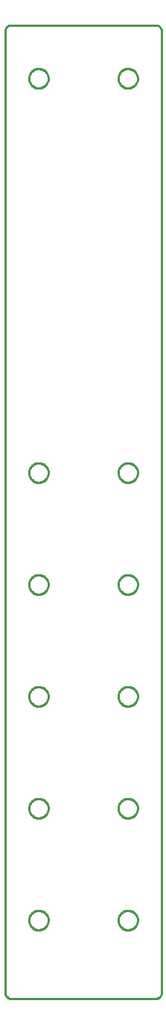
<source format=gko>
G04 EAGLE Gerber RS-274X export*
G75*
%MOMM*%
%FSLAX34Y34*%
%LPD*%
%INBoard Outline*%
%IPPOS*%
%AMOC8*
5,1,8,0,0,1.08239X$1,22.5*%
G01*
%ADD10C,0.000000*%
%ADD11C,0.254000*%


D10*
X184150Y88900D02*
X19050Y88900D01*
X18892Y88902D01*
X18733Y88908D01*
X18575Y88918D01*
X18418Y88932D01*
X18260Y88949D01*
X18104Y88971D01*
X17947Y88996D01*
X17792Y89026D01*
X17637Y89059D01*
X17483Y89096D01*
X17330Y89137D01*
X17178Y89182D01*
X17028Y89231D01*
X16878Y89283D01*
X16730Y89339D01*
X16583Y89399D01*
X16438Y89462D01*
X16295Y89529D01*
X16153Y89599D01*
X16013Y89673D01*
X15875Y89751D01*
X15739Y89832D01*
X15605Y89916D01*
X15473Y90003D01*
X15343Y90094D01*
X15216Y90188D01*
X15091Y90285D01*
X14968Y90386D01*
X14848Y90489D01*
X14731Y90595D01*
X14616Y90704D01*
X14504Y90816D01*
X14395Y90931D01*
X14289Y91048D01*
X14186Y91168D01*
X14085Y91291D01*
X13988Y91416D01*
X13894Y91543D01*
X13803Y91673D01*
X13716Y91805D01*
X13632Y91939D01*
X13551Y92075D01*
X13473Y92213D01*
X13399Y92353D01*
X13329Y92495D01*
X13262Y92638D01*
X13199Y92783D01*
X13139Y92930D01*
X13083Y93078D01*
X13031Y93228D01*
X12982Y93378D01*
X12937Y93530D01*
X12896Y93683D01*
X12859Y93837D01*
X12826Y93992D01*
X12796Y94147D01*
X12771Y94304D01*
X12749Y94460D01*
X12732Y94618D01*
X12718Y94775D01*
X12708Y94933D01*
X12702Y95092D01*
X12700Y95250D01*
X12700Y1187450D01*
X12702Y1187608D01*
X12708Y1187767D01*
X12718Y1187925D01*
X12732Y1188082D01*
X12749Y1188240D01*
X12771Y1188396D01*
X12796Y1188553D01*
X12826Y1188708D01*
X12859Y1188863D01*
X12896Y1189017D01*
X12937Y1189170D01*
X12982Y1189322D01*
X13031Y1189472D01*
X13083Y1189622D01*
X13139Y1189770D01*
X13199Y1189917D01*
X13262Y1190062D01*
X13329Y1190205D01*
X13399Y1190347D01*
X13473Y1190487D01*
X13551Y1190625D01*
X13632Y1190761D01*
X13716Y1190895D01*
X13803Y1191027D01*
X13894Y1191157D01*
X13988Y1191284D01*
X14085Y1191409D01*
X14186Y1191532D01*
X14289Y1191652D01*
X14395Y1191769D01*
X14504Y1191884D01*
X14616Y1191996D01*
X14731Y1192105D01*
X14848Y1192211D01*
X14968Y1192314D01*
X15091Y1192415D01*
X15216Y1192512D01*
X15343Y1192606D01*
X15473Y1192697D01*
X15605Y1192784D01*
X15739Y1192868D01*
X15875Y1192949D01*
X16013Y1193027D01*
X16153Y1193101D01*
X16295Y1193171D01*
X16438Y1193238D01*
X16583Y1193301D01*
X16730Y1193361D01*
X16878Y1193417D01*
X17028Y1193469D01*
X17178Y1193518D01*
X17330Y1193563D01*
X17483Y1193604D01*
X17637Y1193641D01*
X17792Y1193674D01*
X17947Y1193704D01*
X18104Y1193729D01*
X18260Y1193751D01*
X18418Y1193768D01*
X18575Y1193782D01*
X18733Y1193792D01*
X18892Y1193798D01*
X19050Y1193800D01*
X184150Y1193800D01*
X184308Y1193798D01*
X184467Y1193792D01*
X184625Y1193782D01*
X184782Y1193768D01*
X184940Y1193751D01*
X185096Y1193729D01*
X185253Y1193704D01*
X185408Y1193674D01*
X185563Y1193641D01*
X185717Y1193604D01*
X185870Y1193563D01*
X186022Y1193518D01*
X186172Y1193469D01*
X186322Y1193417D01*
X186470Y1193361D01*
X186617Y1193301D01*
X186762Y1193238D01*
X186905Y1193171D01*
X187047Y1193101D01*
X187187Y1193027D01*
X187325Y1192949D01*
X187461Y1192868D01*
X187595Y1192784D01*
X187727Y1192697D01*
X187857Y1192606D01*
X187984Y1192512D01*
X188109Y1192415D01*
X188232Y1192314D01*
X188352Y1192211D01*
X188469Y1192105D01*
X188584Y1191996D01*
X188696Y1191884D01*
X188805Y1191769D01*
X188911Y1191652D01*
X189014Y1191532D01*
X189115Y1191409D01*
X189212Y1191284D01*
X189306Y1191157D01*
X189397Y1191027D01*
X189484Y1190895D01*
X189568Y1190761D01*
X189649Y1190625D01*
X189727Y1190487D01*
X189801Y1190347D01*
X189871Y1190205D01*
X189938Y1190062D01*
X190001Y1189917D01*
X190061Y1189770D01*
X190117Y1189622D01*
X190169Y1189472D01*
X190218Y1189322D01*
X190263Y1189170D01*
X190304Y1189017D01*
X190341Y1188863D01*
X190374Y1188708D01*
X190404Y1188553D01*
X190429Y1188396D01*
X190451Y1188240D01*
X190468Y1188082D01*
X190482Y1187925D01*
X190492Y1187767D01*
X190498Y1187608D01*
X190500Y1187450D01*
X190500Y95250D01*
X190498Y95092D01*
X190492Y94933D01*
X190482Y94775D01*
X190468Y94618D01*
X190451Y94460D01*
X190429Y94304D01*
X190404Y94147D01*
X190374Y93992D01*
X190341Y93837D01*
X190304Y93683D01*
X190263Y93530D01*
X190218Y93378D01*
X190169Y93228D01*
X190117Y93078D01*
X190061Y92930D01*
X190001Y92783D01*
X189938Y92638D01*
X189871Y92495D01*
X189801Y92353D01*
X189727Y92213D01*
X189649Y92075D01*
X189568Y91939D01*
X189484Y91805D01*
X189397Y91673D01*
X189306Y91543D01*
X189212Y91416D01*
X189115Y91291D01*
X189014Y91168D01*
X188911Y91048D01*
X188805Y90931D01*
X188696Y90816D01*
X188584Y90704D01*
X188469Y90595D01*
X188352Y90489D01*
X188232Y90386D01*
X188109Y90285D01*
X187984Y90188D01*
X187857Y90094D01*
X187727Y90003D01*
X187595Y89916D01*
X187461Y89832D01*
X187325Y89751D01*
X187187Y89673D01*
X187047Y89599D01*
X186905Y89529D01*
X186762Y89462D01*
X186617Y89399D01*
X186470Y89339D01*
X186322Y89283D01*
X186172Y89231D01*
X186022Y89182D01*
X185870Y89137D01*
X185717Y89096D01*
X185563Y89059D01*
X185408Y89026D01*
X185253Y88996D01*
X185096Y88971D01*
X184940Y88949D01*
X184782Y88932D01*
X184625Y88918D01*
X184467Y88908D01*
X184308Y88902D01*
X184150Y88900D01*
X141400Y685800D02*
X141403Y686070D01*
X141413Y686340D01*
X141430Y686609D01*
X141453Y686878D01*
X141483Y687147D01*
X141519Y687414D01*
X141562Y687681D01*
X141611Y687946D01*
X141667Y688210D01*
X141730Y688473D01*
X141798Y688734D01*
X141874Y688993D01*
X141955Y689250D01*
X142043Y689506D01*
X142137Y689759D01*
X142237Y690010D01*
X142344Y690258D01*
X142456Y690503D01*
X142575Y690746D01*
X142699Y690985D01*
X142829Y691222D01*
X142965Y691455D01*
X143107Y691685D01*
X143254Y691911D01*
X143407Y692134D01*
X143565Y692353D01*
X143728Y692568D01*
X143897Y692778D01*
X144071Y692985D01*
X144250Y693187D01*
X144433Y693385D01*
X144622Y693578D01*
X144815Y693767D01*
X145013Y693950D01*
X145215Y694129D01*
X145422Y694303D01*
X145632Y694472D01*
X145847Y694635D01*
X146066Y694793D01*
X146289Y694946D01*
X146515Y695093D01*
X146745Y695235D01*
X146978Y695371D01*
X147215Y695501D01*
X147454Y695625D01*
X147697Y695744D01*
X147942Y695856D01*
X148190Y695963D01*
X148441Y696063D01*
X148694Y696157D01*
X148950Y696245D01*
X149207Y696326D01*
X149466Y696402D01*
X149727Y696470D01*
X149990Y696533D01*
X150254Y696589D01*
X150519Y696638D01*
X150786Y696681D01*
X151053Y696717D01*
X151322Y696747D01*
X151591Y696770D01*
X151860Y696787D01*
X152130Y696797D01*
X152400Y696800D01*
X152670Y696797D01*
X152940Y696787D01*
X153209Y696770D01*
X153478Y696747D01*
X153747Y696717D01*
X154014Y696681D01*
X154281Y696638D01*
X154546Y696589D01*
X154810Y696533D01*
X155073Y696470D01*
X155334Y696402D01*
X155593Y696326D01*
X155850Y696245D01*
X156106Y696157D01*
X156359Y696063D01*
X156610Y695963D01*
X156858Y695856D01*
X157103Y695744D01*
X157346Y695625D01*
X157585Y695501D01*
X157822Y695371D01*
X158055Y695235D01*
X158285Y695093D01*
X158511Y694946D01*
X158734Y694793D01*
X158953Y694635D01*
X159168Y694472D01*
X159378Y694303D01*
X159585Y694129D01*
X159787Y693950D01*
X159985Y693767D01*
X160178Y693578D01*
X160367Y693385D01*
X160550Y693187D01*
X160729Y692985D01*
X160903Y692778D01*
X161072Y692568D01*
X161235Y692353D01*
X161393Y692134D01*
X161546Y691911D01*
X161693Y691685D01*
X161835Y691455D01*
X161971Y691222D01*
X162101Y690985D01*
X162225Y690746D01*
X162344Y690503D01*
X162456Y690258D01*
X162563Y690010D01*
X162663Y689759D01*
X162757Y689506D01*
X162845Y689250D01*
X162926Y688993D01*
X163002Y688734D01*
X163070Y688473D01*
X163133Y688210D01*
X163189Y687946D01*
X163238Y687681D01*
X163281Y687414D01*
X163317Y687147D01*
X163347Y686878D01*
X163370Y686609D01*
X163387Y686340D01*
X163397Y686070D01*
X163400Y685800D01*
X163397Y685530D01*
X163387Y685260D01*
X163370Y684991D01*
X163347Y684722D01*
X163317Y684453D01*
X163281Y684186D01*
X163238Y683919D01*
X163189Y683654D01*
X163133Y683390D01*
X163070Y683127D01*
X163002Y682866D01*
X162926Y682607D01*
X162845Y682350D01*
X162757Y682094D01*
X162663Y681841D01*
X162563Y681590D01*
X162456Y681342D01*
X162344Y681097D01*
X162225Y680854D01*
X162101Y680615D01*
X161971Y680378D01*
X161835Y680145D01*
X161693Y679915D01*
X161546Y679689D01*
X161393Y679466D01*
X161235Y679247D01*
X161072Y679032D01*
X160903Y678822D01*
X160729Y678615D01*
X160550Y678413D01*
X160367Y678215D01*
X160178Y678022D01*
X159985Y677833D01*
X159787Y677650D01*
X159585Y677471D01*
X159378Y677297D01*
X159168Y677128D01*
X158953Y676965D01*
X158734Y676807D01*
X158511Y676654D01*
X158285Y676507D01*
X158055Y676365D01*
X157822Y676229D01*
X157585Y676099D01*
X157346Y675975D01*
X157103Y675856D01*
X156858Y675744D01*
X156610Y675637D01*
X156359Y675537D01*
X156106Y675443D01*
X155850Y675355D01*
X155593Y675274D01*
X155334Y675198D01*
X155073Y675130D01*
X154810Y675067D01*
X154546Y675011D01*
X154281Y674962D01*
X154014Y674919D01*
X153747Y674883D01*
X153478Y674853D01*
X153209Y674830D01*
X152940Y674813D01*
X152670Y674803D01*
X152400Y674800D01*
X152130Y674803D01*
X151860Y674813D01*
X151591Y674830D01*
X151322Y674853D01*
X151053Y674883D01*
X150786Y674919D01*
X150519Y674962D01*
X150254Y675011D01*
X149990Y675067D01*
X149727Y675130D01*
X149466Y675198D01*
X149207Y675274D01*
X148950Y675355D01*
X148694Y675443D01*
X148441Y675537D01*
X148190Y675637D01*
X147942Y675744D01*
X147697Y675856D01*
X147454Y675975D01*
X147215Y676099D01*
X146978Y676229D01*
X146745Y676365D01*
X146515Y676507D01*
X146289Y676654D01*
X146066Y676807D01*
X145847Y676965D01*
X145632Y677128D01*
X145422Y677297D01*
X145215Y677471D01*
X145013Y677650D01*
X144815Y677833D01*
X144622Y678022D01*
X144433Y678215D01*
X144250Y678413D01*
X144071Y678615D01*
X143897Y678822D01*
X143728Y679032D01*
X143565Y679247D01*
X143407Y679466D01*
X143254Y679689D01*
X143107Y679915D01*
X142965Y680145D01*
X142829Y680378D01*
X142699Y680615D01*
X142575Y680854D01*
X142456Y681097D01*
X142344Y681342D01*
X142237Y681590D01*
X142137Y681841D01*
X142043Y682094D01*
X141955Y682350D01*
X141874Y682607D01*
X141798Y682866D01*
X141730Y683127D01*
X141667Y683390D01*
X141611Y683654D01*
X141562Y683919D01*
X141519Y684186D01*
X141483Y684453D01*
X141453Y684722D01*
X141430Y684991D01*
X141413Y685260D01*
X141403Y685530D01*
X141400Y685800D01*
X141400Y558800D02*
X141403Y559070D01*
X141413Y559340D01*
X141430Y559609D01*
X141453Y559878D01*
X141483Y560147D01*
X141519Y560414D01*
X141562Y560681D01*
X141611Y560946D01*
X141667Y561210D01*
X141730Y561473D01*
X141798Y561734D01*
X141874Y561993D01*
X141955Y562250D01*
X142043Y562506D01*
X142137Y562759D01*
X142237Y563010D01*
X142344Y563258D01*
X142456Y563503D01*
X142575Y563746D01*
X142699Y563985D01*
X142829Y564222D01*
X142965Y564455D01*
X143107Y564685D01*
X143254Y564911D01*
X143407Y565134D01*
X143565Y565353D01*
X143728Y565568D01*
X143897Y565778D01*
X144071Y565985D01*
X144250Y566187D01*
X144433Y566385D01*
X144622Y566578D01*
X144815Y566767D01*
X145013Y566950D01*
X145215Y567129D01*
X145422Y567303D01*
X145632Y567472D01*
X145847Y567635D01*
X146066Y567793D01*
X146289Y567946D01*
X146515Y568093D01*
X146745Y568235D01*
X146978Y568371D01*
X147215Y568501D01*
X147454Y568625D01*
X147697Y568744D01*
X147942Y568856D01*
X148190Y568963D01*
X148441Y569063D01*
X148694Y569157D01*
X148950Y569245D01*
X149207Y569326D01*
X149466Y569402D01*
X149727Y569470D01*
X149990Y569533D01*
X150254Y569589D01*
X150519Y569638D01*
X150786Y569681D01*
X151053Y569717D01*
X151322Y569747D01*
X151591Y569770D01*
X151860Y569787D01*
X152130Y569797D01*
X152400Y569800D01*
X152670Y569797D01*
X152940Y569787D01*
X153209Y569770D01*
X153478Y569747D01*
X153747Y569717D01*
X154014Y569681D01*
X154281Y569638D01*
X154546Y569589D01*
X154810Y569533D01*
X155073Y569470D01*
X155334Y569402D01*
X155593Y569326D01*
X155850Y569245D01*
X156106Y569157D01*
X156359Y569063D01*
X156610Y568963D01*
X156858Y568856D01*
X157103Y568744D01*
X157346Y568625D01*
X157585Y568501D01*
X157822Y568371D01*
X158055Y568235D01*
X158285Y568093D01*
X158511Y567946D01*
X158734Y567793D01*
X158953Y567635D01*
X159168Y567472D01*
X159378Y567303D01*
X159585Y567129D01*
X159787Y566950D01*
X159985Y566767D01*
X160178Y566578D01*
X160367Y566385D01*
X160550Y566187D01*
X160729Y565985D01*
X160903Y565778D01*
X161072Y565568D01*
X161235Y565353D01*
X161393Y565134D01*
X161546Y564911D01*
X161693Y564685D01*
X161835Y564455D01*
X161971Y564222D01*
X162101Y563985D01*
X162225Y563746D01*
X162344Y563503D01*
X162456Y563258D01*
X162563Y563010D01*
X162663Y562759D01*
X162757Y562506D01*
X162845Y562250D01*
X162926Y561993D01*
X163002Y561734D01*
X163070Y561473D01*
X163133Y561210D01*
X163189Y560946D01*
X163238Y560681D01*
X163281Y560414D01*
X163317Y560147D01*
X163347Y559878D01*
X163370Y559609D01*
X163387Y559340D01*
X163397Y559070D01*
X163400Y558800D01*
X163397Y558530D01*
X163387Y558260D01*
X163370Y557991D01*
X163347Y557722D01*
X163317Y557453D01*
X163281Y557186D01*
X163238Y556919D01*
X163189Y556654D01*
X163133Y556390D01*
X163070Y556127D01*
X163002Y555866D01*
X162926Y555607D01*
X162845Y555350D01*
X162757Y555094D01*
X162663Y554841D01*
X162563Y554590D01*
X162456Y554342D01*
X162344Y554097D01*
X162225Y553854D01*
X162101Y553615D01*
X161971Y553378D01*
X161835Y553145D01*
X161693Y552915D01*
X161546Y552689D01*
X161393Y552466D01*
X161235Y552247D01*
X161072Y552032D01*
X160903Y551822D01*
X160729Y551615D01*
X160550Y551413D01*
X160367Y551215D01*
X160178Y551022D01*
X159985Y550833D01*
X159787Y550650D01*
X159585Y550471D01*
X159378Y550297D01*
X159168Y550128D01*
X158953Y549965D01*
X158734Y549807D01*
X158511Y549654D01*
X158285Y549507D01*
X158055Y549365D01*
X157822Y549229D01*
X157585Y549099D01*
X157346Y548975D01*
X157103Y548856D01*
X156858Y548744D01*
X156610Y548637D01*
X156359Y548537D01*
X156106Y548443D01*
X155850Y548355D01*
X155593Y548274D01*
X155334Y548198D01*
X155073Y548130D01*
X154810Y548067D01*
X154546Y548011D01*
X154281Y547962D01*
X154014Y547919D01*
X153747Y547883D01*
X153478Y547853D01*
X153209Y547830D01*
X152940Y547813D01*
X152670Y547803D01*
X152400Y547800D01*
X152130Y547803D01*
X151860Y547813D01*
X151591Y547830D01*
X151322Y547853D01*
X151053Y547883D01*
X150786Y547919D01*
X150519Y547962D01*
X150254Y548011D01*
X149990Y548067D01*
X149727Y548130D01*
X149466Y548198D01*
X149207Y548274D01*
X148950Y548355D01*
X148694Y548443D01*
X148441Y548537D01*
X148190Y548637D01*
X147942Y548744D01*
X147697Y548856D01*
X147454Y548975D01*
X147215Y549099D01*
X146978Y549229D01*
X146745Y549365D01*
X146515Y549507D01*
X146289Y549654D01*
X146066Y549807D01*
X145847Y549965D01*
X145632Y550128D01*
X145422Y550297D01*
X145215Y550471D01*
X145013Y550650D01*
X144815Y550833D01*
X144622Y551022D01*
X144433Y551215D01*
X144250Y551413D01*
X144071Y551615D01*
X143897Y551822D01*
X143728Y552032D01*
X143565Y552247D01*
X143407Y552466D01*
X143254Y552689D01*
X143107Y552915D01*
X142965Y553145D01*
X142829Y553378D01*
X142699Y553615D01*
X142575Y553854D01*
X142456Y554097D01*
X142344Y554342D01*
X142237Y554590D01*
X142137Y554841D01*
X142043Y555094D01*
X141955Y555350D01*
X141874Y555607D01*
X141798Y555866D01*
X141730Y556127D01*
X141667Y556390D01*
X141611Y556654D01*
X141562Y556919D01*
X141519Y557186D01*
X141483Y557453D01*
X141453Y557722D01*
X141430Y557991D01*
X141413Y558260D01*
X141403Y558530D01*
X141400Y558800D01*
X141400Y431800D02*
X141403Y432070D01*
X141413Y432340D01*
X141430Y432609D01*
X141453Y432878D01*
X141483Y433147D01*
X141519Y433414D01*
X141562Y433681D01*
X141611Y433946D01*
X141667Y434210D01*
X141730Y434473D01*
X141798Y434734D01*
X141874Y434993D01*
X141955Y435250D01*
X142043Y435506D01*
X142137Y435759D01*
X142237Y436010D01*
X142344Y436258D01*
X142456Y436503D01*
X142575Y436746D01*
X142699Y436985D01*
X142829Y437222D01*
X142965Y437455D01*
X143107Y437685D01*
X143254Y437911D01*
X143407Y438134D01*
X143565Y438353D01*
X143728Y438568D01*
X143897Y438778D01*
X144071Y438985D01*
X144250Y439187D01*
X144433Y439385D01*
X144622Y439578D01*
X144815Y439767D01*
X145013Y439950D01*
X145215Y440129D01*
X145422Y440303D01*
X145632Y440472D01*
X145847Y440635D01*
X146066Y440793D01*
X146289Y440946D01*
X146515Y441093D01*
X146745Y441235D01*
X146978Y441371D01*
X147215Y441501D01*
X147454Y441625D01*
X147697Y441744D01*
X147942Y441856D01*
X148190Y441963D01*
X148441Y442063D01*
X148694Y442157D01*
X148950Y442245D01*
X149207Y442326D01*
X149466Y442402D01*
X149727Y442470D01*
X149990Y442533D01*
X150254Y442589D01*
X150519Y442638D01*
X150786Y442681D01*
X151053Y442717D01*
X151322Y442747D01*
X151591Y442770D01*
X151860Y442787D01*
X152130Y442797D01*
X152400Y442800D01*
X152670Y442797D01*
X152940Y442787D01*
X153209Y442770D01*
X153478Y442747D01*
X153747Y442717D01*
X154014Y442681D01*
X154281Y442638D01*
X154546Y442589D01*
X154810Y442533D01*
X155073Y442470D01*
X155334Y442402D01*
X155593Y442326D01*
X155850Y442245D01*
X156106Y442157D01*
X156359Y442063D01*
X156610Y441963D01*
X156858Y441856D01*
X157103Y441744D01*
X157346Y441625D01*
X157585Y441501D01*
X157822Y441371D01*
X158055Y441235D01*
X158285Y441093D01*
X158511Y440946D01*
X158734Y440793D01*
X158953Y440635D01*
X159168Y440472D01*
X159378Y440303D01*
X159585Y440129D01*
X159787Y439950D01*
X159985Y439767D01*
X160178Y439578D01*
X160367Y439385D01*
X160550Y439187D01*
X160729Y438985D01*
X160903Y438778D01*
X161072Y438568D01*
X161235Y438353D01*
X161393Y438134D01*
X161546Y437911D01*
X161693Y437685D01*
X161835Y437455D01*
X161971Y437222D01*
X162101Y436985D01*
X162225Y436746D01*
X162344Y436503D01*
X162456Y436258D01*
X162563Y436010D01*
X162663Y435759D01*
X162757Y435506D01*
X162845Y435250D01*
X162926Y434993D01*
X163002Y434734D01*
X163070Y434473D01*
X163133Y434210D01*
X163189Y433946D01*
X163238Y433681D01*
X163281Y433414D01*
X163317Y433147D01*
X163347Y432878D01*
X163370Y432609D01*
X163387Y432340D01*
X163397Y432070D01*
X163400Y431800D01*
X163397Y431530D01*
X163387Y431260D01*
X163370Y430991D01*
X163347Y430722D01*
X163317Y430453D01*
X163281Y430186D01*
X163238Y429919D01*
X163189Y429654D01*
X163133Y429390D01*
X163070Y429127D01*
X163002Y428866D01*
X162926Y428607D01*
X162845Y428350D01*
X162757Y428094D01*
X162663Y427841D01*
X162563Y427590D01*
X162456Y427342D01*
X162344Y427097D01*
X162225Y426854D01*
X162101Y426615D01*
X161971Y426378D01*
X161835Y426145D01*
X161693Y425915D01*
X161546Y425689D01*
X161393Y425466D01*
X161235Y425247D01*
X161072Y425032D01*
X160903Y424822D01*
X160729Y424615D01*
X160550Y424413D01*
X160367Y424215D01*
X160178Y424022D01*
X159985Y423833D01*
X159787Y423650D01*
X159585Y423471D01*
X159378Y423297D01*
X159168Y423128D01*
X158953Y422965D01*
X158734Y422807D01*
X158511Y422654D01*
X158285Y422507D01*
X158055Y422365D01*
X157822Y422229D01*
X157585Y422099D01*
X157346Y421975D01*
X157103Y421856D01*
X156858Y421744D01*
X156610Y421637D01*
X156359Y421537D01*
X156106Y421443D01*
X155850Y421355D01*
X155593Y421274D01*
X155334Y421198D01*
X155073Y421130D01*
X154810Y421067D01*
X154546Y421011D01*
X154281Y420962D01*
X154014Y420919D01*
X153747Y420883D01*
X153478Y420853D01*
X153209Y420830D01*
X152940Y420813D01*
X152670Y420803D01*
X152400Y420800D01*
X152130Y420803D01*
X151860Y420813D01*
X151591Y420830D01*
X151322Y420853D01*
X151053Y420883D01*
X150786Y420919D01*
X150519Y420962D01*
X150254Y421011D01*
X149990Y421067D01*
X149727Y421130D01*
X149466Y421198D01*
X149207Y421274D01*
X148950Y421355D01*
X148694Y421443D01*
X148441Y421537D01*
X148190Y421637D01*
X147942Y421744D01*
X147697Y421856D01*
X147454Y421975D01*
X147215Y422099D01*
X146978Y422229D01*
X146745Y422365D01*
X146515Y422507D01*
X146289Y422654D01*
X146066Y422807D01*
X145847Y422965D01*
X145632Y423128D01*
X145422Y423297D01*
X145215Y423471D01*
X145013Y423650D01*
X144815Y423833D01*
X144622Y424022D01*
X144433Y424215D01*
X144250Y424413D01*
X144071Y424615D01*
X143897Y424822D01*
X143728Y425032D01*
X143565Y425247D01*
X143407Y425466D01*
X143254Y425689D01*
X143107Y425915D01*
X142965Y426145D01*
X142829Y426378D01*
X142699Y426615D01*
X142575Y426854D01*
X142456Y427097D01*
X142344Y427342D01*
X142237Y427590D01*
X142137Y427841D01*
X142043Y428094D01*
X141955Y428350D01*
X141874Y428607D01*
X141798Y428866D01*
X141730Y429127D01*
X141667Y429390D01*
X141611Y429654D01*
X141562Y429919D01*
X141519Y430186D01*
X141483Y430453D01*
X141453Y430722D01*
X141430Y430991D01*
X141413Y431260D01*
X141403Y431530D01*
X141400Y431800D01*
X141400Y304800D02*
X141403Y305070D01*
X141413Y305340D01*
X141430Y305609D01*
X141453Y305878D01*
X141483Y306147D01*
X141519Y306414D01*
X141562Y306681D01*
X141611Y306946D01*
X141667Y307210D01*
X141730Y307473D01*
X141798Y307734D01*
X141874Y307993D01*
X141955Y308250D01*
X142043Y308506D01*
X142137Y308759D01*
X142237Y309010D01*
X142344Y309258D01*
X142456Y309503D01*
X142575Y309746D01*
X142699Y309985D01*
X142829Y310222D01*
X142965Y310455D01*
X143107Y310685D01*
X143254Y310911D01*
X143407Y311134D01*
X143565Y311353D01*
X143728Y311568D01*
X143897Y311778D01*
X144071Y311985D01*
X144250Y312187D01*
X144433Y312385D01*
X144622Y312578D01*
X144815Y312767D01*
X145013Y312950D01*
X145215Y313129D01*
X145422Y313303D01*
X145632Y313472D01*
X145847Y313635D01*
X146066Y313793D01*
X146289Y313946D01*
X146515Y314093D01*
X146745Y314235D01*
X146978Y314371D01*
X147215Y314501D01*
X147454Y314625D01*
X147697Y314744D01*
X147942Y314856D01*
X148190Y314963D01*
X148441Y315063D01*
X148694Y315157D01*
X148950Y315245D01*
X149207Y315326D01*
X149466Y315402D01*
X149727Y315470D01*
X149990Y315533D01*
X150254Y315589D01*
X150519Y315638D01*
X150786Y315681D01*
X151053Y315717D01*
X151322Y315747D01*
X151591Y315770D01*
X151860Y315787D01*
X152130Y315797D01*
X152400Y315800D01*
X152670Y315797D01*
X152940Y315787D01*
X153209Y315770D01*
X153478Y315747D01*
X153747Y315717D01*
X154014Y315681D01*
X154281Y315638D01*
X154546Y315589D01*
X154810Y315533D01*
X155073Y315470D01*
X155334Y315402D01*
X155593Y315326D01*
X155850Y315245D01*
X156106Y315157D01*
X156359Y315063D01*
X156610Y314963D01*
X156858Y314856D01*
X157103Y314744D01*
X157346Y314625D01*
X157585Y314501D01*
X157822Y314371D01*
X158055Y314235D01*
X158285Y314093D01*
X158511Y313946D01*
X158734Y313793D01*
X158953Y313635D01*
X159168Y313472D01*
X159378Y313303D01*
X159585Y313129D01*
X159787Y312950D01*
X159985Y312767D01*
X160178Y312578D01*
X160367Y312385D01*
X160550Y312187D01*
X160729Y311985D01*
X160903Y311778D01*
X161072Y311568D01*
X161235Y311353D01*
X161393Y311134D01*
X161546Y310911D01*
X161693Y310685D01*
X161835Y310455D01*
X161971Y310222D01*
X162101Y309985D01*
X162225Y309746D01*
X162344Y309503D01*
X162456Y309258D01*
X162563Y309010D01*
X162663Y308759D01*
X162757Y308506D01*
X162845Y308250D01*
X162926Y307993D01*
X163002Y307734D01*
X163070Y307473D01*
X163133Y307210D01*
X163189Y306946D01*
X163238Y306681D01*
X163281Y306414D01*
X163317Y306147D01*
X163347Y305878D01*
X163370Y305609D01*
X163387Y305340D01*
X163397Y305070D01*
X163400Y304800D01*
X163397Y304530D01*
X163387Y304260D01*
X163370Y303991D01*
X163347Y303722D01*
X163317Y303453D01*
X163281Y303186D01*
X163238Y302919D01*
X163189Y302654D01*
X163133Y302390D01*
X163070Y302127D01*
X163002Y301866D01*
X162926Y301607D01*
X162845Y301350D01*
X162757Y301094D01*
X162663Y300841D01*
X162563Y300590D01*
X162456Y300342D01*
X162344Y300097D01*
X162225Y299854D01*
X162101Y299615D01*
X161971Y299378D01*
X161835Y299145D01*
X161693Y298915D01*
X161546Y298689D01*
X161393Y298466D01*
X161235Y298247D01*
X161072Y298032D01*
X160903Y297822D01*
X160729Y297615D01*
X160550Y297413D01*
X160367Y297215D01*
X160178Y297022D01*
X159985Y296833D01*
X159787Y296650D01*
X159585Y296471D01*
X159378Y296297D01*
X159168Y296128D01*
X158953Y295965D01*
X158734Y295807D01*
X158511Y295654D01*
X158285Y295507D01*
X158055Y295365D01*
X157822Y295229D01*
X157585Y295099D01*
X157346Y294975D01*
X157103Y294856D01*
X156858Y294744D01*
X156610Y294637D01*
X156359Y294537D01*
X156106Y294443D01*
X155850Y294355D01*
X155593Y294274D01*
X155334Y294198D01*
X155073Y294130D01*
X154810Y294067D01*
X154546Y294011D01*
X154281Y293962D01*
X154014Y293919D01*
X153747Y293883D01*
X153478Y293853D01*
X153209Y293830D01*
X152940Y293813D01*
X152670Y293803D01*
X152400Y293800D01*
X152130Y293803D01*
X151860Y293813D01*
X151591Y293830D01*
X151322Y293853D01*
X151053Y293883D01*
X150786Y293919D01*
X150519Y293962D01*
X150254Y294011D01*
X149990Y294067D01*
X149727Y294130D01*
X149466Y294198D01*
X149207Y294274D01*
X148950Y294355D01*
X148694Y294443D01*
X148441Y294537D01*
X148190Y294637D01*
X147942Y294744D01*
X147697Y294856D01*
X147454Y294975D01*
X147215Y295099D01*
X146978Y295229D01*
X146745Y295365D01*
X146515Y295507D01*
X146289Y295654D01*
X146066Y295807D01*
X145847Y295965D01*
X145632Y296128D01*
X145422Y296297D01*
X145215Y296471D01*
X145013Y296650D01*
X144815Y296833D01*
X144622Y297022D01*
X144433Y297215D01*
X144250Y297413D01*
X144071Y297615D01*
X143897Y297822D01*
X143728Y298032D01*
X143565Y298247D01*
X143407Y298466D01*
X143254Y298689D01*
X143107Y298915D01*
X142965Y299145D01*
X142829Y299378D01*
X142699Y299615D01*
X142575Y299854D01*
X142456Y300097D01*
X142344Y300342D01*
X142237Y300590D01*
X142137Y300841D01*
X142043Y301094D01*
X141955Y301350D01*
X141874Y301607D01*
X141798Y301866D01*
X141730Y302127D01*
X141667Y302390D01*
X141611Y302654D01*
X141562Y302919D01*
X141519Y303186D01*
X141483Y303453D01*
X141453Y303722D01*
X141430Y303991D01*
X141413Y304260D01*
X141403Y304530D01*
X141400Y304800D01*
X141400Y177800D02*
X141403Y178070D01*
X141413Y178340D01*
X141430Y178609D01*
X141453Y178878D01*
X141483Y179147D01*
X141519Y179414D01*
X141562Y179681D01*
X141611Y179946D01*
X141667Y180210D01*
X141730Y180473D01*
X141798Y180734D01*
X141874Y180993D01*
X141955Y181250D01*
X142043Y181506D01*
X142137Y181759D01*
X142237Y182010D01*
X142344Y182258D01*
X142456Y182503D01*
X142575Y182746D01*
X142699Y182985D01*
X142829Y183222D01*
X142965Y183455D01*
X143107Y183685D01*
X143254Y183911D01*
X143407Y184134D01*
X143565Y184353D01*
X143728Y184568D01*
X143897Y184778D01*
X144071Y184985D01*
X144250Y185187D01*
X144433Y185385D01*
X144622Y185578D01*
X144815Y185767D01*
X145013Y185950D01*
X145215Y186129D01*
X145422Y186303D01*
X145632Y186472D01*
X145847Y186635D01*
X146066Y186793D01*
X146289Y186946D01*
X146515Y187093D01*
X146745Y187235D01*
X146978Y187371D01*
X147215Y187501D01*
X147454Y187625D01*
X147697Y187744D01*
X147942Y187856D01*
X148190Y187963D01*
X148441Y188063D01*
X148694Y188157D01*
X148950Y188245D01*
X149207Y188326D01*
X149466Y188402D01*
X149727Y188470D01*
X149990Y188533D01*
X150254Y188589D01*
X150519Y188638D01*
X150786Y188681D01*
X151053Y188717D01*
X151322Y188747D01*
X151591Y188770D01*
X151860Y188787D01*
X152130Y188797D01*
X152400Y188800D01*
X152670Y188797D01*
X152940Y188787D01*
X153209Y188770D01*
X153478Y188747D01*
X153747Y188717D01*
X154014Y188681D01*
X154281Y188638D01*
X154546Y188589D01*
X154810Y188533D01*
X155073Y188470D01*
X155334Y188402D01*
X155593Y188326D01*
X155850Y188245D01*
X156106Y188157D01*
X156359Y188063D01*
X156610Y187963D01*
X156858Y187856D01*
X157103Y187744D01*
X157346Y187625D01*
X157585Y187501D01*
X157822Y187371D01*
X158055Y187235D01*
X158285Y187093D01*
X158511Y186946D01*
X158734Y186793D01*
X158953Y186635D01*
X159168Y186472D01*
X159378Y186303D01*
X159585Y186129D01*
X159787Y185950D01*
X159985Y185767D01*
X160178Y185578D01*
X160367Y185385D01*
X160550Y185187D01*
X160729Y184985D01*
X160903Y184778D01*
X161072Y184568D01*
X161235Y184353D01*
X161393Y184134D01*
X161546Y183911D01*
X161693Y183685D01*
X161835Y183455D01*
X161971Y183222D01*
X162101Y182985D01*
X162225Y182746D01*
X162344Y182503D01*
X162456Y182258D01*
X162563Y182010D01*
X162663Y181759D01*
X162757Y181506D01*
X162845Y181250D01*
X162926Y180993D01*
X163002Y180734D01*
X163070Y180473D01*
X163133Y180210D01*
X163189Y179946D01*
X163238Y179681D01*
X163281Y179414D01*
X163317Y179147D01*
X163347Y178878D01*
X163370Y178609D01*
X163387Y178340D01*
X163397Y178070D01*
X163400Y177800D01*
X163397Y177530D01*
X163387Y177260D01*
X163370Y176991D01*
X163347Y176722D01*
X163317Y176453D01*
X163281Y176186D01*
X163238Y175919D01*
X163189Y175654D01*
X163133Y175390D01*
X163070Y175127D01*
X163002Y174866D01*
X162926Y174607D01*
X162845Y174350D01*
X162757Y174094D01*
X162663Y173841D01*
X162563Y173590D01*
X162456Y173342D01*
X162344Y173097D01*
X162225Y172854D01*
X162101Y172615D01*
X161971Y172378D01*
X161835Y172145D01*
X161693Y171915D01*
X161546Y171689D01*
X161393Y171466D01*
X161235Y171247D01*
X161072Y171032D01*
X160903Y170822D01*
X160729Y170615D01*
X160550Y170413D01*
X160367Y170215D01*
X160178Y170022D01*
X159985Y169833D01*
X159787Y169650D01*
X159585Y169471D01*
X159378Y169297D01*
X159168Y169128D01*
X158953Y168965D01*
X158734Y168807D01*
X158511Y168654D01*
X158285Y168507D01*
X158055Y168365D01*
X157822Y168229D01*
X157585Y168099D01*
X157346Y167975D01*
X157103Y167856D01*
X156858Y167744D01*
X156610Y167637D01*
X156359Y167537D01*
X156106Y167443D01*
X155850Y167355D01*
X155593Y167274D01*
X155334Y167198D01*
X155073Y167130D01*
X154810Y167067D01*
X154546Y167011D01*
X154281Y166962D01*
X154014Y166919D01*
X153747Y166883D01*
X153478Y166853D01*
X153209Y166830D01*
X152940Y166813D01*
X152670Y166803D01*
X152400Y166800D01*
X152130Y166803D01*
X151860Y166813D01*
X151591Y166830D01*
X151322Y166853D01*
X151053Y166883D01*
X150786Y166919D01*
X150519Y166962D01*
X150254Y167011D01*
X149990Y167067D01*
X149727Y167130D01*
X149466Y167198D01*
X149207Y167274D01*
X148950Y167355D01*
X148694Y167443D01*
X148441Y167537D01*
X148190Y167637D01*
X147942Y167744D01*
X147697Y167856D01*
X147454Y167975D01*
X147215Y168099D01*
X146978Y168229D01*
X146745Y168365D01*
X146515Y168507D01*
X146289Y168654D01*
X146066Y168807D01*
X145847Y168965D01*
X145632Y169128D01*
X145422Y169297D01*
X145215Y169471D01*
X145013Y169650D01*
X144815Y169833D01*
X144622Y170022D01*
X144433Y170215D01*
X144250Y170413D01*
X144071Y170615D01*
X143897Y170822D01*
X143728Y171032D01*
X143565Y171247D01*
X143407Y171466D01*
X143254Y171689D01*
X143107Y171915D01*
X142965Y172145D01*
X142829Y172378D01*
X142699Y172615D01*
X142575Y172854D01*
X142456Y173097D01*
X142344Y173342D01*
X142237Y173590D01*
X142137Y173841D01*
X142043Y174094D01*
X141955Y174350D01*
X141874Y174607D01*
X141798Y174866D01*
X141730Y175127D01*
X141667Y175390D01*
X141611Y175654D01*
X141562Y175919D01*
X141519Y176186D01*
X141483Y176453D01*
X141453Y176722D01*
X141430Y176991D01*
X141413Y177260D01*
X141403Y177530D01*
X141400Y177800D01*
X39800Y685800D02*
X39803Y686070D01*
X39813Y686340D01*
X39830Y686609D01*
X39853Y686878D01*
X39883Y687147D01*
X39919Y687414D01*
X39962Y687681D01*
X40011Y687946D01*
X40067Y688210D01*
X40130Y688473D01*
X40198Y688734D01*
X40274Y688993D01*
X40355Y689250D01*
X40443Y689506D01*
X40537Y689759D01*
X40637Y690010D01*
X40744Y690258D01*
X40856Y690503D01*
X40975Y690746D01*
X41099Y690985D01*
X41229Y691222D01*
X41365Y691455D01*
X41507Y691685D01*
X41654Y691911D01*
X41807Y692134D01*
X41965Y692353D01*
X42128Y692568D01*
X42297Y692778D01*
X42471Y692985D01*
X42650Y693187D01*
X42833Y693385D01*
X43022Y693578D01*
X43215Y693767D01*
X43413Y693950D01*
X43615Y694129D01*
X43822Y694303D01*
X44032Y694472D01*
X44247Y694635D01*
X44466Y694793D01*
X44689Y694946D01*
X44915Y695093D01*
X45145Y695235D01*
X45378Y695371D01*
X45615Y695501D01*
X45854Y695625D01*
X46097Y695744D01*
X46342Y695856D01*
X46590Y695963D01*
X46841Y696063D01*
X47094Y696157D01*
X47350Y696245D01*
X47607Y696326D01*
X47866Y696402D01*
X48127Y696470D01*
X48390Y696533D01*
X48654Y696589D01*
X48919Y696638D01*
X49186Y696681D01*
X49453Y696717D01*
X49722Y696747D01*
X49991Y696770D01*
X50260Y696787D01*
X50530Y696797D01*
X50800Y696800D01*
X51070Y696797D01*
X51340Y696787D01*
X51609Y696770D01*
X51878Y696747D01*
X52147Y696717D01*
X52414Y696681D01*
X52681Y696638D01*
X52946Y696589D01*
X53210Y696533D01*
X53473Y696470D01*
X53734Y696402D01*
X53993Y696326D01*
X54250Y696245D01*
X54506Y696157D01*
X54759Y696063D01*
X55010Y695963D01*
X55258Y695856D01*
X55503Y695744D01*
X55746Y695625D01*
X55985Y695501D01*
X56222Y695371D01*
X56455Y695235D01*
X56685Y695093D01*
X56911Y694946D01*
X57134Y694793D01*
X57353Y694635D01*
X57568Y694472D01*
X57778Y694303D01*
X57985Y694129D01*
X58187Y693950D01*
X58385Y693767D01*
X58578Y693578D01*
X58767Y693385D01*
X58950Y693187D01*
X59129Y692985D01*
X59303Y692778D01*
X59472Y692568D01*
X59635Y692353D01*
X59793Y692134D01*
X59946Y691911D01*
X60093Y691685D01*
X60235Y691455D01*
X60371Y691222D01*
X60501Y690985D01*
X60625Y690746D01*
X60744Y690503D01*
X60856Y690258D01*
X60963Y690010D01*
X61063Y689759D01*
X61157Y689506D01*
X61245Y689250D01*
X61326Y688993D01*
X61402Y688734D01*
X61470Y688473D01*
X61533Y688210D01*
X61589Y687946D01*
X61638Y687681D01*
X61681Y687414D01*
X61717Y687147D01*
X61747Y686878D01*
X61770Y686609D01*
X61787Y686340D01*
X61797Y686070D01*
X61800Y685800D01*
X61797Y685530D01*
X61787Y685260D01*
X61770Y684991D01*
X61747Y684722D01*
X61717Y684453D01*
X61681Y684186D01*
X61638Y683919D01*
X61589Y683654D01*
X61533Y683390D01*
X61470Y683127D01*
X61402Y682866D01*
X61326Y682607D01*
X61245Y682350D01*
X61157Y682094D01*
X61063Y681841D01*
X60963Y681590D01*
X60856Y681342D01*
X60744Y681097D01*
X60625Y680854D01*
X60501Y680615D01*
X60371Y680378D01*
X60235Y680145D01*
X60093Y679915D01*
X59946Y679689D01*
X59793Y679466D01*
X59635Y679247D01*
X59472Y679032D01*
X59303Y678822D01*
X59129Y678615D01*
X58950Y678413D01*
X58767Y678215D01*
X58578Y678022D01*
X58385Y677833D01*
X58187Y677650D01*
X57985Y677471D01*
X57778Y677297D01*
X57568Y677128D01*
X57353Y676965D01*
X57134Y676807D01*
X56911Y676654D01*
X56685Y676507D01*
X56455Y676365D01*
X56222Y676229D01*
X55985Y676099D01*
X55746Y675975D01*
X55503Y675856D01*
X55258Y675744D01*
X55010Y675637D01*
X54759Y675537D01*
X54506Y675443D01*
X54250Y675355D01*
X53993Y675274D01*
X53734Y675198D01*
X53473Y675130D01*
X53210Y675067D01*
X52946Y675011D01*
X52681Y674962D01*
X52414Y674919D01*
X52147Y674883D01*
X51878Y674853D01*
X51609Y674830D01*
X51340Y674813D01*
X51070Y674803D01*
X50800Y674800D01*
X50530Y674803D01*
X50260Y674813D01*
X49991Y674830D01*
X49722Y674853D01*
X49453Y674883D01*
X49186Y674919D01*
X48919Y674962D01*
X48654Y675011D01*
X48390Y675067D01*
X48127Y675130D01*
X47866Y675198D01*
X47607Y675274D01*
X47350Y675355D01*
X47094Y675443D01*
X46841Y675537D01*
X46590Y675637D01*
X46342Y675744D01*
X46097Y675856D01*
X45854Y675975D01*
X45615Y676099D01*
X45378Y676229D01*
X45145Y676365D01*
X44915Y676507D01*
X44689Y676654D01*
X44466Y676807D01*
X44247Y676965D01*
X44032Y677128D01*
X43822Y677297D01*
X43615Y677471D01*
X43413Y677650D01*
X43215Y677833D01*
X43022Y678022D01*
X42833Y678215D01*
X42650Y678413D01*
X42471Y678615D01*
X42297Y678822D01*
X42128Y679032D01*
X41965Y679247D01*
X41807Y679466D01*
X41654Y679689D01*
X41507Y679915D01*
X41365Y680145D01*
X41229Y680378D01*
X41099Y680615D01*
X40975Y680854D01*
X40856Y681097D01*
X40744Y681342D01*
X40637Y681590D01*
X40537Y681841D01*
X40443Y682094D01*
X40355Y682350D01*
X40274Y682607D01*
X40198Y682866D01*
X40130Y683127D01*
X40067Y683390D01*
X40011Y683654D01*
X39962Y683919D01*
X39919Y684186D01*
X39883Y684453D01*
X39853Y684722D01*
X39830Y684991D01*
X39813Y685260D01*
X39803Y685530D01*
X39800Y685800D01*
X39800Y558800D02*
X39803Y559070D01*
X39813Y559340D01*
X39830Y559609D01*
X39853Y559878D01*
X39883Y560147D01*
X39919Y560414D01*
X39962Y560681D01*
X40011Y560946D01*
X40067Y561210D01*
X40130Y561473D01*
X40198Y561734D01*
X40274Y561993D01*
X40355Y562250D01*
X40443Y562506D01*
X40537Y562759D01*
X40637Y563010D01*
X40744Y563258D01*
X40856Y563503D01*
X40975Y563746D01*
X41099Y563985D01*
X41229Y564222D01*
X41365Y564455D01*
X41507Y564685D01*
X41654Y564911D01*
X41807Y565134D01*
X41965Y565353D01*
X42128Y565568D01*
X42297Y565778D01*
X42471Y565985D01*
X42650Y566187D01*
X42833Y566385D01*
X43022Y566578D01*
X43215Y566767D01*
X43413Y566950D01*
X43615Y567129D01*
X43822Y567303D01*
X44032Y567472D01*
X44247Y567635D01*
X44466Y567793D01*
X44689Y567946D01*
X44915Y568093D01*
X45145Y568235D01*
X45378Y568371D01*
X45615Y568501D01*
X45854Y568625D01*
X46097Y568744D01*
X46342Y568856D01*
X46590Y568963D01*
X46841Y569063D01*
X47094Y569157D01*
X47350Y569245D01*
X47607Y569326D01*
X47866Y569402D01*
X48127Y569470D01*
X48390Y569533D01*
X48654Y569589D01*
X48919Y569638D01*
X49186Y569681D01*
X49453Y569717D01*
X49722Y569747D01*
X49991Y569770D01*
X50260Y569787D01*
X50530Y569797D01*
X50800Y569800D01*
X51070Y569797D01*
X51340Y569787D01*
X51609Y569770D01*
X51878Y569747D01*
X52147Y569717D01*
X52414Y569681D01*
X52681Y569638D01*
X52946Y569589D01*
X53210Y569533D01*
X53473Y569470D01*
X53734Y569402D01*
X53993Y569326D01*
X54250Y569245D01*
X54506Y569157D01*
X54759Y569063D01*
X55010Y568963D01*
X55258Y568856D01*
X55503Y568744D01*
X55746Y568625D01*
X55985Y568501D01*
X56222Y568371D01*
X56455Y568235D01*
X56685Y568093D01*
X56911Y567946D01*
X57134Y567793D01*
X57353Y567635D01*
X57568Y567472D01*
X57778Y567303D01*
X57985Y567129D01*
X58187Y566950D01*
X58385Y566767D01*
X58578Y566578D01*
X58767Y566385D01*
X58950Y566187D01*
X59129Y565985D01*
X59303Y565778D01*
X59472Y565568D01*
X59635Y565353D01*
X59793Y565134D01*
X59946Y564911D01*
X60093Y564685D01*
X60235Y564455D01*
X60371Y564222D01*
X60501Y563985D01*
X60625Y563746D01*
X60744Y563503D01*
X60856Y563258D01*
X60963Y563010D01*
X61063Y562759D01*
X61157Y562506D01*
X61245Y562250D01*
X61326Y561993D01*
X61402Y561734D01*
X61470Y561473D01*
X61533Y561210D01*
X61589Y560946D01*
X61638Y560681D01*
X61681Y560414D01*
X61717Y560147D01*
X61747Y559878D01*
X61770Y559609D01*
X61787Y559340D01*
X61797Y559070D01*
X61800Y558800D01*
X61797Y558530D01*
X61787Y558260D01*
X61770Y557991D01*
X61747Y557722D01*
X61717Y557453D01*
X61681Y557186D01*
X61638Y556919D01*
X61589Y556654D01*
X61533Y556390D01*
X61470Y556127D01*
X61402Y555866D01*
X61326Y555607D01*
X61245Y555350D01*
X61157Y555094D01*
X61063Y554841D01*
X60963Y554590D01*
X60856Y554342D01*
X60744Y554097D01*
X60625Y553854D01*
X60501Y553615D01*
X60371Y553378D01*
X60235Y553145D01*
X60093Y552915D01*
X59946Y552689D01*
X59793Y552466D01*
X59635Y552247D01*
X59472Y552032D01*
X59303Y551822D01*
X59129Y551615D01*
X58950Y551413D01*
X58767Y551215D01*
X58578Y551022D01*
X58385Y550833D01*
X58187Y550650D01*
X57985Y550471D01*
X57778Y550297D01*
X57568Y550128D01*
X57353Y549965D01*
X57134Y549807D01*
X56911Y549654D01*
X56685Y549507D01*
X56455Y549365D01*
X56222Y549229D01*
X55985Y549099D01*
X55746Y548975D01*
X55503Y548856D01*
X55258Y548744D01*
X55010Y548637D01*
X54759Y548537D01*
X54506Y548443D01*
X54250Y548355D01*
X53993Y548274D01*
X53734Y548198D01*
X53473Y548130D01*
X53210Y548067D01*
X52946Y548011D01*
X52681Y547962D01*
X52414Y547919D01*
X52147Y547883D01*
X51878Y547853D01*
X51609Y547830D01*
X51340Y547813D01*
X51070Y547803D01*
X50800Y547800D01*
X50530Y547803D01*
X50260Y547813D01*
X49991Y547830D01*
X49722Y547853D01*
X49453Y547883D01*
X49186Y547919D01*
X48919Y547962D01*
X48654Y548011D01*
X48390Y548067D01*
X48127Y548130D01*
X47866Y548198D01*
X47607Y548274D01*
X47350Y548355D01*
X47094Y548443D01*
X46841Y548537D01*
X46590Y548637D01*
X46342Y548744D01*
X46097Y548856D01*
X45854Y548975D01*
X45615Y549099D01*
X45378Y549229D01*
X45145Y549365D01*
X44915Y549507D01*
X44689Y549654D01*
X44466Y549807D01*
X44247Y549965D01*
X44032Y550128D01*
X43822Y550297D01*
X43615Y550471D01*
X43413Y550650D01*
X43215Y550833D01*
X43022Y551022D01*
X42833Y551215D01*
X42650Y551413D01*
X42471Y551615D01*
X42297Y551822D01*
X42128Y552032D01*
X41965Y552247D01*
X41807Y552466D01*
X41654Y552689D01*
X41507Y552915D01*
X41365Y553145D01*
X41229Y553378D01*
X41099Y553615D01*
X40975Y553854D01*
X40856Y554097D01*
X40744Y554342D01*
X40637Y554590D01*
X40537Y554841D01*
X40443Y555094D01*
X40355Y555350D01*
X40274Y555607D01*
X40198Y555866D01*
X40130Y556127D01*
X40067Y556390D01*
X40011Y556654D01*
X39962Y556919D01*
X39919Y557186D01*
X39883Y557453D01*
X39853Y557722D01*
X39830Y557991D01*
X39813Y558260D01*
X39803Y558530D01*
X39800Y558800D01*
X39800Y431800D02*
X39803Y432070D01*
X39813Y432340D01*
X39830Y432609D01*
X39853Y432878D01*
X39883Y433147D01*
X39919Y433414D01*
X39962Y433681D01*
X40011Y433946D01*
X40067Y434210D01*
X40130Y434473D01*
X40198Y434734D01*
X40274Y434993D01*
X40355Y435250D01*
X40443Y435506D01*
X40537Y435759D01*
X40637Y436010D01*
X40744Y436258D01*
X40856Y436503D01*
X40975Y436746D01*
X41099Y436985D01*
X41229Y437222D01*
X41365Y437455D01*
X41507Y437685D01*
X41654Y437911D01*
X41807Y438134D01*
X41965Y438353D01*
X42128Y438568D01*
X42297Y438778D01*
X42471Y438985D01*
X42650Y439187D01*
X42833Y439385D01*
X43022Y439578D01*
X43215Y439767D01*
X43413Y439950D01*
X43615Y440129D01*
X43822Y440303D01*
X44032Y440472D01*
X44247Y440635D01*
X44466Y440793D01*
X44689Y440946D01*
X44915Y441093D01*
X45145Y441235D01*
X45378Y441371D01*
X45615Y441501D01*
X45854Y441625D01*
X46097Y441744D01*
X46342Y441856D01*
X46590Y441963D01*
X46841Y442063D01*
X47094Y442157D01*
X47350Y442245D01*
X47607Y442326D01*
X47866Y442402D01*
X48127Y442470D01*
X48390Y442533D01*
X48654Y442589D01*
X48919Y442638D01*
X49186Y442681D01*
X49453Y442717D01*
X49722Y442747D01*
X49991Y442770D01*
X50260Y442787D01*
X50530Y442797D01*
X50800Y442800D01*
X51070Y442797D01*
X51340Y442787D01*
X51609Y442770D01*
X51878Y442747D01*
X52147Y442717D01*
X52414Y442681D01*
X52681Y442638D01*
X52946Y442589D01*
X53210Y442533D01*
X53473Y442470D01*
X53734Y442402D01*
X53993Y442326D01*
X54250Y442245D01*
X54506Y442157D01*
X54759Y442063D01*
X55010Y441963D01*
X55258Y441856D01*
X55503Y441744D01*
X55746Y441625D01*
X55985Y441501D01*
X56222Y441371D01*
X56455Y441235D01*
X56685Y441093D01*
X56911Y440946D01*
X57134Y440793D01*
X57353Y440635D01*
X57568Y440472D01*
X57778Y440303D01*
X57985Y440129D01*
X58187Y439950D01*
X58385Y439767D01*
X58578Y439578D01*
X58767Y439385D01*
X58950Y439187D01*
X59129Y438985D01*
X59303Y438778D01*
X59472Y438568D01*
X59635Y438353D01*
X59793Y438134D01*
X59946Y437911D01*
X60093Y437685D01*
X60235Y437455D01*
X60371Y437222D01*
X60501Y436985D01*
X60625Y436746D01*
X60744Y436503D01*
X60856Y436258D01*
X60963Y436010D01*
X61063Y435759D01*
X61157Y435506D01*
X61245Y435250D01*
X61326Y434993D01*
X61402Y434734D01*
X61470Y434473D01*
X61533Y434210D01*
X61589Y433946D01*
X61638Y433681D01*
X61681Y433414D01*
X61717Y433147D01*
X61747Y432878D01*
X61770Y432609D01*
X61787Y432340D01*
X61797Y432070D01*
X61800Y431800D01*
X61797Y431530D01*
X61787Y431260D01*
X61770Y430991D01*
X61747Y430722D01*
X61717Y430453D01*
X61681Y430186D01*
X61638Y429919D01*
X61589Y429654D01*
X61533Y429390D01*
X61470Y429127D01*
X61402Y428866D01*
X61326Y428607D01*
X61245Y428350D01*
X61157Y428094D01*
X61063Y427841D01*
X60963Y427590D01*
X60856Y427342D01*
X60744Y427097D01*
X60625Y426854D01*
X60501Y426615D01*
X60371Y426378D01*
X60235Y426145D01*
X60093Y425915D01*
X59946Y425689D01*
X59793Y425466D01*
X59635Y425247D01*
X59472Y425032D01*
X59303Y424822D01*
X59129Y424615D01*
X58950Y424413D01*
X58767Y424215D01*
X58578Y424022D01*
X58385Y423833D01*
X58187Y423650D01*
X57985Y423471D01*
X57778Y423297D01*
X57568Y423128D01*
X57353Y422965D01*
X57134Y422807D01*
X56911Y422654D01*
X56685Y422507D01*
X56455Y422365D01*
X56222Y422229D01*
X55985Y422099D01*
X55746Y421975D01*
X55503Y421856D01*
X55258Y421744D01*
X55010Y421637D01*
X54759Y421537D01*
X54506Y421443D01*
X54250Y421355D01*
X53993Y421274D01*
X53734Y421198D01*
X53473Y421130D01*
X53210Y421067D01*
X52946Y421011D01*
X52681Y420962D01*
X52414Y420919D01*
X52147Y420883D01*
X51878Y420853D01*
X51609Y420830D01*
X51340Y420813D01*
X51070Y420803D01*
X50800Y420800D01*
X50530Y420803D01*
X50260Y420813D01*
X49991Y420830D01*
X49722Y420853D01*
X49453Y420883D01*
X49186Y420919D01*
X48919Y420962D01*
X48654Y421011D01*
X48390Y421067D01*
X48127Y421130D01*
X47866Y421198D01*
X47607Y421274D01*
X47350Y421355D01*
X47094Y421443D01*
X46841Y421537D01*
X46590Y421637D01*
X46342Y421744D01*
X46097Y421856D01*
X45854Y421975D01*
X45615Y422099D01*
X45378Y422229D01*
X45145Y422365D01*
X44915Y422507D01*
X44689Y422654D01*
X44466Y422807D01*
X44247Y422965D01*
X44032Y423128D01*
X43822Y423297D01*
X43615Y423471D01*
X43413Y423650D01*
X43215Y423833D01*
X43022Y424022D01*
X42833Y424215D01*
X42650Y424413D01*
X42471Y424615D01*
X42297Y424822D01*
X42128Y425032D01*
X41965Y425247D01*
X41807Y425466D01*
X41654Y425689D01*
X41507Y425915D01*
X41365Y426145D01*
X41229Y426378D01*
X41099Y426615D01*
X40975Y426854D01*
X40856Y427097D01*
X40744Y427342D01*
X40637Y427590D01*
X40537Y427841D01*
X40443Y428094D01*
X40355Y428350D01*
X40274Y428607D01*
X40198Y428866D01*
X40130Y429127D01*
X40067Y429390D01*
X40011Y429654D01*
X39962Y429919D01*
X39919Y430186D01*
X39883Y430453D01*
X39853Y430722D01*
X39830Y430991D01*
X39813Y431260D01*
X39803Y431530D01*
X39800Y431800D01*
X39800Y304800D02*
X39803Y305070D01*
X39813Y305340D01*
X39830Y305609D01*
X39853Y305878D01*
X39883Y306147D01*
X39919Y306414D01*
X39962Y306681D01*
X40011Y306946D01*
X40067Y307210D01*
X40130Y307473D01*
X40198Y307734D01*
X40274Y307993D01*
X40355Y308250D01*
X40443Y308506D01*
X40537Y308759D01*
X40637Y309010D01*
X40744Y309258D01*
X40856Y309503D01*
X40975Y309746D01*
X41099Y309985D01*
X41229Y310222D01*
X41365Y310455D01*
X41507Y310685D01*
X41654Y310911D01*
X41807Y311134D01*
X41965Y311353D01*
X42128Y311568D01*
X42297Y311778D01*
X42471Y311985D01*
X42650Y312187D01*
X42833Y312385D01*
X43022Y312578D01*
X43215Y312767D01*
X43413Y312950D01*
X43615Y313129D01*
X43822Y313303D01*
X44032Y313472D01*
X44247Y313635D01*
X44466Y313793D01*
X44689Y313946D01*
X44915Y314093D01*
X45145Y314235D01*
X45378Y314371D01*
X45615Y314501D01*
X45854Y314625D01*
X46097Y314744D01*
X46342Y314856D01*
X46590Y314963D01*
X46841Y315063D01*
X47094Y315157D01*
X47350Y315245D01*
X47607Y315326D01*
X47866Y315402D01*
X48127Y315470D01*
X48390Y315533D01*
X48654Y315589D01*
X48919Y315638D01*
X49186Y315681D01*
X49453Y315717D01*
X49722Y315747D01*
X49991Y315770D01*
X50260Y315787D01*
X50530Y315797D01*
X50800Y315800D01*
X51070Y315797D01*
X51340Y315787D01*
X51609Y315770D01*
X51878Y315747D01*
X52147Y315717D01*
X52414Y315681D01*
X52681Y315638D01*
X52946Y315589D01*
X53210Y315533D01*
X53473Y315470D01*
X53734Y315402D01*
X53993Y315326D01*
X54250Y315245D01*
X54506Y315157D01*
X54759Y315063D01*
X55010Y314963D01*
X55258Y314856D01*
X55503Y314744D01*
X55746Y314625D01*
X55985Y314501D01*
X56222Y314371D01*
X56455Y314235D01*
X56685Y314093D01*
X56911Y313946D01*
X57134Y313793D01*
X57353Y313635D01*
X57568Y313472D01*
X57778Y313303D01*
X57985Y313129D01*
X58187Y312950D01*
X58385Y312767D01*
X58578Y312578D01*
X58767Y312385D01*
X58950Y312187D01*
X59129Y311985D01*
X59303Y311778D01*
X59472Y311568D01*
X59635Y311353D01*
X59793Y311134D01*
X59946Y310911D01*
X60093Y310685D01*
X60235Y310455D01*
X60371Y310222D01*
X60501Y309985D01*
X60625Y309746D01*
X60744Y309503D01*
X60856Y309258D01*
X60963Y309010D01*
X61063Y308759D01*
X61157Y308506D01*
X61245Y308250D01*
X61326Y307993D01*
X61402Y307734D01*
X61470Y307473D01*
X61533Y307210D01*
X61589Y306946D01*
X61638Y306681D01*
X61681Y306414D01*
X61717Y306147D01*
X61747Y305878D01*
X61770Y305609D01*
X61787Y305340D01*
X61797Y305070D01*
X61800Y304800D01*
X61797Y304530D01*
X61787Y304260D01*
X61770Y303991D01*
X61747Y303722D01*
X61717Y303453D01*
X61681Y303186D01*
X61638Y302919D01*
X61589Y302654D01*
X61533Y302390D01*
X61470Y302127D01*
X61402Y301866D01*
X61326Y301607D01*
X61245Y301350D01*
X61157Y301094D01*
X61063Y300841D01*
X60963Y300590D01*
X60856Y300342D01*
X60744Y300097D01*
X60625Y299854D01*
X60501Y299615D01*
X60371Y299378D01*
X60235Y299145D01*
X60093Y298915D01*
X59946Y298689D01*
X59793Y298466D01*
X59635Y298247D01*
X59472Y298032D01*
X59303Y297822D01*
X59129Y297615D01*
X58950Y297413D01*
X58767Y297215D01*
X58578Y297022D01*
X58385Y296833D01*
X58187Y296650D01*
X57985Y296471D01*
X57778Y296297D01*
X57568Y296128D01*
X57353Y295965D01*
X57134Y295807D01*
X56911Y295654D01*
X56685Y295507D01*
X56455Y295365D01*
X56222Y295229D01*
X55985Y295099D01*
X55746Y294975D01*
X55503Y294856D01*
X55258Y294744D01*
X55010Y294637D01*
X54759Y294537D01*
X54506Y294443D01*
X54250Y294355D01*
X53993Y294274D01*
X53734Y294198D01*
X53473Y294130D01*
X53210Y294067D01*
X52946Y294011D01*
X52681Y293962D01*
X52414Y293919D01*
X52147Y293883D01*
X51878Y293853D01*
X51609Y293830D01*
X51340Y293813D01*
X51070Y293803D01*
X50800Y293800D01*
X50530Y293803D01*
X50260Y293813D01*
X49991Y293830D01*
X49722Y293853D01*
X49453Y293883D01*
X49186Y293919D01*
X48919Y293962D01*
X48654Y294011D01*
X48390Y294067D01*
X48127Y294130D01*
X47866Y294198D01*
X47607Y294274D01*
X47350Y294355D01*
X47094Y294443D01*
X46841Y294537D01*
X46590Y294637D01*
X46342Y294744D01*
X46097Y294856D01*
X45854Y294975D01*
X45615Y295099D01*
X45378Y295229D01*
X45145Y295365D01*
X44915Y295507D01*
X44689Y295654D01*
X44466Y295807D01*
X44247Y295965D01*
X44032Y296128D01*
X43822Y296297D01*
X43615Y296471D01*
X43413Y296650D01*
X43215Y296833D01*
X43022Y297022D01*
X42833Y297215D01*
X42650Y297413D01*
X42471Y297615D01*
X42297Y297822D01*
X42128Y298032D01*
X41965Y298247D01*
X41807Y298466D01*
X41654Y298689D01*
X41507Y298915D01*
X41365Y299145D01*
X41229Y299378D01*
X41099Y299615D01*
X40975Y299854D01*
X40856Y300097D01*
X40744Y300342D01*
X40637Y300590D01*
X40537Y300841D01*
X40443Y301094D01*
X40355Y301350D01*
X40274Y301607D01*
X40198Y301866D01*
X40130Y302127D01*
X40067Y302390D01*
X40011Y302654D01*
X39962Y302919D01*
X39919Y303186D01*
X39883Y303453D01*
X39853Y303722D01*
X39830Y303991D01*
X39813Y304260D01*
X39803Y304530D01*
X39800Y304800D01*
X39800Y177800D02*
X39803Y178070D01*
X39813Y178340D01*
X39830Y178609D01*
X39853Y178878D01*
X39883Y179147D01*
X39919Y179414D01*
X39962Y179681D01*
X40011Y179946D01*
X40067Y180210D01*
X40130Y180473D01*
X40198Y180734D01*
X40274Y180993D01*
X40355Y181250D01*
X40443Y181506D01*
X40537Y181759D01*
X40637Y182010D01*
X40744Y182258D01*
X40856Y182503D01*
X40975Y182746D01*
X41099Y182985D01*
X41229Y183222D01*
X41365Y183455D01*
X41507Y183685D01*
X41654Y183911D01*
X41807Y184134D01*
X41965Y184353D01*
X42128Y184568D01*
X42297Y184778D01*
X42471Y184985D01*
X42650Y185187D01*
X42833Y185385D01*
X43022Y185578D01*
X43215Y185767D01*
X43413Y185950D01*
X43615Y186129D01*
X43822Y186303D01*
X44032Y186472D01*
X44247Y186635D01*
X44466Y186793D01*
X44689Y186946D01*
X44915Y187093D01*
X45145Y187235D01*
X45378Y187371D01*
X45615Y187501D01*
X45854Y187625D01*
X46097Y187744D01*
X46342Y187856D01*
X46590Y187963D01*
X46841Y188063D01*
X47094Y188157D01*
X47350Y188245D01*
X47607Y188326D01*
X47866Y188402D01*
X48127Y188470D01*
X48390Y188533D01*
X48654Y188589D01*
X48919Y188638D01*
X49186Y188681D01*
X49453Y188717D01*
X49722Y188747D01*
X49991Y188770D01*
X50260Y188787D01*
X50530Y188797D01*
X50800Y188800D01*
X51070Y188797D01*
X51340Y188787D01*
X51609Y188770D01*
X51878Y188747D01*
X52147Y188717D01*
X52414Y188681D01*
X52681Y188638D01*
X52946Y188589D01*
X53210Y188533D01*
X53473Y188470D01*
X53734Y188402D01*
X53993Y188326D01*
X54250Y188245D01*
X54506Y188157D01*
X54759Y188063D01*
X55010Y187963D01*
X55258Y187856D01*
X55503Y187744D01*
X55746Y187625D01*
X55985Y187501D01*
X56222Y187371D01*
X56455Y187235D01*
X56685Y187093D01*
X56911Y186946D01*
X57134Y186793D01*
X57353Y186635D01*
X57568Y186472D01*
X57778Y186303D01*
X57985Y186129D01*
X58187Y185950D01*
X58385Y185767D01*
X58578Y185578D01*
X58767Y185385D01*
X58950Y185187D01*
X59129Y184985D01*
X59303Y184778D01*
X59472Y184568D01*
X59635Y184353D01*
X59793Y184134D01*
X59946Y183911D01*
X60093Y183685D01*
X60235Y183455D01*
X60371Y183222D01*
X60501Y182985D01*
X60625Y182746D01*
X60744Y182503D01*
X60856Y182258D01*
X60963Y182010D01*
X61063Y181759D01*
X61157Y181506D01*
X61245Y181250D01*
X61326Y180993D01*
X61402Y180734D01*
X61470Y180473D01*
X61533Y180210D01*
X61589Y179946D01*
X61638Y179681D01*
X61681Y179414D01*
X61717Y179147D01*
X61747Y178878D01*
X61770Y178609D01*
X61787Y178340D01*
X61797Y178070D01*
X61800Y177800D01*
X61797Y177530D01*
X61787Y177260D01*
X61770Y176991D01*
X61747Y176722D01*
X61717Y176453D01*
X61681Y176186D01*
X61638Y175919D01*
X61589Y175654D01*
X61533Y175390D01*
X61470Y175127D01*
X61402Y174866D01*
X61326Y174607D01*
X61245Y174350D01*
X61157Y174094D01*
X61063Y173841D01*
X60963Y173590D01*
X60856Y173342D01*
X60744Y173097D01*
X60625Y172854D01*
X60501Y172615D01*
X60371Y172378D01*
X60235Y172145D01*
X60093Y171915D01*
X59946Y171689D01*
X59793Y171466D01*
X59635Y171247D01*
X59472Y171032D01*
X59303Y170822D01*
X59129Y170615D01*
X58950Y170413D01*
X58767Y170215D01*
X58578Y170022D01*
X58385Y169833D01*
X58187Y169650D01*
X57985Y169471D01*
X57778Y169297D01*
X57568Y169128D01*
X57353Y168965D01*
X57134Y168807D01*
X56911Y168654D01*
X56685Y168507D01*
X56455Y168365D01*
X56222Y168229D01*
X55985Y168099D01*
X55746Y167975D01*
X55503Y167856D01*
X55258Y167744D01*
X55010Y167637D01*
X54759Y167537D01*
X54506Y167443D01*
X54250Y167355D01*
X53993Y167274D01*
X53734Y167198D01*
X53473Y167130D01*
X53210Y167067D01*
X52946Y167011D01*
X52681Y166962D01*
X52414Y166919D01*
X52147Y166883D01*
X51878Y166853D01*
X51609Y166830D01*
X51340Y166813D01*
X51070Y166803D01*
X50800Y166800D01*
X50530Y166803D01*
X50260Y166813D01*
X49991Y166830D01*
X49722Y166853D01*
X49453Y166883D01*
X49186Y166919D01*
X48919Y166962D01*
X48654Y167011D01*
X48390Y167067D01*
X48127Y167130D01*
X47866Y167198D01*
X47607Y167274D01*
X47350Y167355D01*
X47094Y167443D01*
X46841Y167537D01*
X46590Y167637D01*
X46342Y167744D01*
X46097Y167856D01*
X45854Y167975D01*
X45615Y168099D01*
X45378Y168229D01*
X45145Y168365D01*
X44915Y168507D01*
X44689Y168654D01*
X44466Y168807D01*
X44247Y168965D01*
X44032Y169128D01*
X43822Y169297D01*
X43615Y169471D01*
X43413Y169650D01*
X43215Y169833D01*
X43022Y170022D01*
X42833Y170215D01*
X42650Y170413D01*
X42471Y170615D01*
X42297Y170822D01*
X42128Y171032D01*
X41965Y171247D01*
X41807Y171466D01*
X41654Y171689D01*
X41507Y171915D01*
X41365Y172145D01*
X41229Y172378D01*
X41099Y172615D01*
X40975Y172854D01*
X40856Y173097D01*
X40744Y173342D01*
X40637Y173590D01*
X40537Y173841D01*
X40443Y174094D01*
X40355Y174350D01*
X40274Y174607D01*
X40198Y174866D01*
X40130Y175127D01*
X40067Y175390D01*
X40011Y175654D01*
X39962Y175919D01*
X39919Y176186D01*
X39883Y176453D01*
X39853Y176722D01*
X39830Y176991D01*
X39813Y177260D01*
X39803Y177530D01*
X39800Y177800D01*
X141400Y1133475D02*
X141403Y1133745D01*
X141413Y1134015D01*
X141430Y1134284D01*
X141453Y1134553D01*
X141483Y1134822D01*
X141519Y1135089D01*
X141562Y1135356D01*
X141611Y1135621D01*
X141667Y1135885D01*
X141730Y1136148D01*
X141798Y1136409D01*
X141874Y1136668D01*
X141955Y1136925D01*
X142043Y1137181D01*
X142137Y1137434D01*
X142237Y1137685D01*
X142344Y1137933D01*
X142456Y1138178D01*
X142575Y1138421D01*
X142699Y1138660D01*
X142829Y1138897D01*
X142965Y1139130D01*
X143107Y1139360D01*
X143254Y1139586D01*
X143407Y1139809D01*
X143565Y1140028D01*
X143728Y1140243D01*
X143897Y1140453D01*
X144071Y1140660D01*
X144250Y1140862D01*
X144433Y1141060D01*
X144622Y1141253D01*
X144815Y1141442D01*
X145013Y1141625D01*
X145215Y1141804D01*
X145422Y1141978D01*
X145632Y1142147D01*
X145847Y1142310D01*
X146066Y1142468D01*
X146289Y1142621D01*
X146515Y1142768D01*
X146745Y1142910D01*
X146978Y1143046D01*
X147215Y1143176D01*
X147454Y1143300D01*
X147697Y1143419D01*
X147942Y1143531D01*
X148190Y1143638D01*
X148441Y1143738D01*
X148694Y1143832D01*
X148950Y1143920D01*
X149207Y1144001D01*
X149466Y1144077D01*
X149727Y1144145D01*
X149990Y1144208D01*
X150254Y1144264D01*
X150519Y1144313D01*
X150786Y1144356D01*
X151053Y1144392D01*
X151322Y1144422D01*
X151591Y1144445D01*
X151860Y1144462D01*
X152130Y1144472D01*
X152400Y1144475D01*
X152670Y1144472D01*
X152940Y1144462D01*
X153209Y1144445D01*
X153478Y1144422D01*
X153747Y1144392D01*
X154014Y1144356D01*
X154281Y1144313D01*
X154546Y1144264D01*
X154810Y1144208D01*
X155073Y1144145D01*
X155334Y1144077D01*
X155593Y1144001D01*
X155850Y1143920D01*
X156106Y1143832D01*
X156359Y1143738D01*
X156610Y1143638D01*
X156858Y1143531D01*
X157103Y1143419D01*
X157346Y1143300D01*
X157585Y1143176D01*
X157822Y1143046D01*
X158055Y1142910D01*
X158285Y1142768D01*
X158511Y1142621D01*
X158734Y1142468D01*
X158953Y1142310D01*
X159168Y1142147D01*
X159378Y1141978D01*
X159585Y1141804D01*
X159787Y1141625D01*
X159985Y1141442D01*
X160178Y1141253D01*
X160367Y1141060D01*
X160550Y1140862D01*
X160729Y1140660D01*
X160903Y1140453D01*
X161072Y1140243D01*
X161235Y1140028D01*
X161393Y1139809D01*
X161546Y1139586D01*
X161693Y1139360D01*
X161835Y1139130D01*
X161971Y1138897D01*
X162101Y1138660D01*
X162225Y1138421D01*
X162344Y1138178D01*
X162456Y1137933D01*
X162563Y1137685D01*
X162663Y1137434D01*
X162757Y1137181D01*
X162845Y1136925D01*
X162926Y1136668D01*
X163002Y1136409D01*
X163070Y1136148D01*
X163133Y1135885D01*
X163189Y1135621D01*
X163238Y1135356D01*
X163281Y1135089D01*
X163317Y1134822D01*
X163347Y1134553D01*
X163370Y1134284D01*
X163387Y1134015D01*
X163397Y1133745D01*
X163400Y1133475D01*
X163397Y1133205D01*
X163387Y1132935D01*
X163370Y1132666D01*
X163347Y1132397D01*
X163317Y1132128D01*
X163281Y1131861D01*
X163238Y1131594D01*
X163189Y1131329D01*
X163133Y1131065D01*
X163070Y1130802D01*
X163002Y1130541D01*
X162926Y1130282D01*
X162845Y1130025D01*
X162757Y1129769D01*
X162663Y1129516D01*
X162563Y1129265D01*
X162456Y1129017D01*
X162344Y1128772D01*
X162225Y1128529D01*
X162101Y1128290D01*
X161971Y1128053D01*
X161835Y1127820D01*
X161693Y1127590D01*
X161546Y1127364D01*
X161393Y1127141D01*
X161235Y1126922D01*
X161072Y1126707D01*
X160903Y1126497D01*
X160729Y1126290D01*
X160550Y1126088D01*
X160367Y1125890D01*
X160178Y1125697D01*
X159985Y1125508D01*
X159787Y1125325D01*
X159585Y1125146D01*
X159378Y1124972D01*
X159168Y1124803D01*
X158953Y1124640D01*
X158734Y1124482D01*
X158511Y1124329D01*
X158285Y1124182D01*
X158055Y1124040D01*
X157822Y1123904D01*
X157585Y1123774D01*
X157346Y1123650D01*
X157103Y1123531D01*
X156858Y1123419D01*
X156610Y1123312D01*
X156359Y1123212D01*
X156106Y1123118D01*
X155850Y1123030D01*
X155593Y1122949D01*
X155334Y1122873D01*
X155073Y1122805D01*
X154810Y1122742D01*
X154546Y1122686D01*
X154281Y1122637D01*
X154014Y1122594D01*
X153747Y1122558D01*
X153478Y1122528D01*
X153209Y1122505D01*
X152940Y1122488D01*
X152670Y1122478D01*
X152400Y1122475D01*
X152130Y1122478D01*
X151860Y1122488D01*
X151591Y1122505D01*
X151322Y1122528D01*
X151053Y1122558D01*
X150786Y1122594D01*
X150519Y1122637D01*
X150254Y1122686D01*
X149990Y1122742D01*
X149727Y1122805D01*
X149466Y1122873D01*
X149207Y1122949D01*
X148950Y1123030D01*
X148694Y1123118D01*
X148441Y1123212D01*
X148190Y1123312D01*
X147942Y1123419D01*
X147697Y1123531D01*
X147454Y1123650D01*
X147215Y1123774D01*
X146978Y1123904D01*
X146745Y1124040D01*
X146515Y1124182D01*
X146289Y1124329D01*
X146066Y1124482D01*
X145847Y1124640D01*
X145632Y1124803D01*
X145422Y1124972D01*
X145215Y1125146D01*
X145013Y1125325D01*
X144815Y1125508D01*
X144622Y1125697D01*
X144433Y1125890D01*
X144250Y1126088D01*
X144071Y1126290D01*
X143897Y1126497D01*
X143728Y1126707D01*
X143565Y1126922D01*
X143407Y1127141D01*
X143254Y1127364D01*
X143107Y1127590D01*
X142965Y1127820D01*
X142829Y1128053D01*
X142699Y1128290D01*
X142575Y1128529D01*
X142456Y1128772D01*
X142344Y1129017D01*
X142237Y1129265D01*
X142137Y1129516D01*
X142043Y1129769D01*
X141955Y1130025D01*
X141874Y1130282D01*
X141798Y1130541D01*
X141730Y1130802D01*
X141667Y1131065D01*
X141611Y1131329D01*
X141562Y1131594D01*
X141519Y1131861D01*
X141483Y1132128D01*
X141453Y1132397D01*
X141430Y1132666D01*
X141413Y1132935D01*
X141403Y1133205D01*
X141400Y1133475D01*
X39800Y1133475D02*
X39803Y1133745D01*
X39813Y1134015D01*
X39830Y1134284D01*
X39853Y1134553D01*
X39883Y1134822D01*
X39919Y1135089D01*
X39962Y1135356D01*
X40011Y1135621D01*
X40067Y1135885D01*
X40130Y1136148D01*
X40198Y1136409D01*
X40274Y1136668D01*
X40355Y1136925D01*
X40443Y1137181D01*
X40537Y1137434D01*
X40637Y1137685D01*
X40744Y1137933D01*
X40856Y1138178D01*
X40975Y1138421D01*
X41099Y1138660D01*
X41229Y1138897D01*
X41365Y1139130D01*
X41507Y1139360D01*
X41654Y1139586D01*
X41807Y1139809D01*
X41965Y1140028D01*
X42128Y1140243D01*
X42297Y1140453D01*
X42471Y1140660D01*
X42650Y1140862D01*
X42833Y1141060D01*
X43022Y1141253D01*
X43215Y1141442D01*
X43413Y1141625D01*
X43615Y1141804D01*
X43822Y1141978D01*
X44032Y1142147D01*
X44247Y1142310D01*
X44466Y1142468D01*
X44689Y1142621D01*
X44915Y1142768D01*
X45145Y1142910D01*
X45378Y1143046D01*
X45615Y1143176D01*
X45854Y1143300D01*
X46097Y1143419D01*
X46342Y1143531D01*
X46590Y1143638D01*
X46841Y1143738D01*
X47094Y1143832D01*
X47350Y1143920D01*
X47607Y1144001D01*
X47866Y1144077D01*
X48127Y1144145D01*
X48390Y1144208D01*
X48654Y1144264D01*
X48919Y1144313D01*
X49186Y1144356D01*
X49453Y1144392D01*
X49722Y1144422D01*
X49991Y1144445D01*
X50260Y1144462D01*
X50530Y1144472D01*
X50800Y1144475D01*
X51070Y1144472D01*
X51340Y1144462D01*
X51609Y1144445D01*
X51878Y1144422D01*
X52147Y1144392D01*
X52414Y1144356D01*
X52681Y1144313D01*
X52946Y1144264D01*
X53210Y1144208D01*
X53473Y1144145D01*
X53734Y1144077D01*
X53993Y1144001D01*
X54250Y1143920D01*
X54506Y1143832D01*
X54759Y1143738D01*
X55010Y1143638D01*
X55258Y1143531D01*
X55503Y1143419D01*
X55746Y1143300D01*
X55985Y1143176D01*
X56222Y1143046D01*
X56455Y1142910D01*
X56685Y1142768D01*
X56911Y1142621D01*
X57134Y1142468D01*
X57353Y1142310D01*
X57568Y1142147D01*
X57778Y1141978D01*
X57985Y1141804D01*
X58187Y1141625D01*
X58385Y1141442D01*
X58578Y1141253D01*
X58767Y1141060D01*
X58950Y1140862D01*
X59129Y1140660D01*
X59303Y1140453D01*
X59472Y1140243D01*
X59635Y1140028D01*
X59793Y1139809D01*
X59946Y1139586D01*
X60093Y1139360D01*
X60235Y1139130D01*
X60371Y1138897D01*
X60501Y1138660D01*
X60625Y1138421D01*
X60744Y1138178D01*
X60856Y1137933D01*
X60963Y1137685D01*
X61063Y1137434D01*
X61157Y1137181D01*
X61245Y1136925D01*
X61326Y1136668D01*
X61402Y1136409D01*
X61470Y1136148D01*
X61533Y1135885D01*
X61589Y1135621D01*
X61638Y1135356D01*
X61681Y1135089D01*
X61717Y1134822D01*
X61747Y1134553D01*
X61770Y1134284D01*
X61787Y1134015D01*
X61797Y1133745D01*
X61800Y1133475D01*
X61797Y1133205D01*
X61787Y1132935D01*
X61770Y1132666D01*
X61747Y1132397D01*
X61717Y1132128D01*
X61681Y1131861D01*
X61638Y1131594D01*
X61589Y1131329D01*
X61533Y1131065D01*
X61470Y1130802D01*
X61402Y1130541D01*
X61326Y1130282D01*
X61245Y1130025D01*
X61157Y1129769D01*
X61063Y1129516D01*
X60963Y1129265D01*
X60856Y1129017D01*
X60744Y1128772D01*
X60625Y1128529D01*
X60501Y1128290D01*
X60371Y1128053D01*
X60235Y1127820D01*
X60093Y1127590D01*
X59946Y1127364D01*
X59793Y1127141D01*
X59635Y1126922D01*
X59472Y1126707D01*
X59303Y1126497D01*
X59129Y1126290D01*
X58950Y1126088D01*
X58767Y1125890D01*
X58578Y1125697D01*
X58385Y1125508D01*
X58187Y1125325D01*
X57985Y1125146D01*
X57778Y1124972D01*
X57568Y1124803D01*
X57353Y1124640D01*
X57134Y1124482D01*
X56911Y1124329D01*
X56685Y1124182D01*
X56455Y1124040D01*
X56222Y1123904D01*
X55985Y1123774D01*
X55746Y1123650D01*
X55503Y1123531D01*
X55258Y1123419D01*
X55010Y1123312D01*
X54759Y1123212D01*
X54506Y1123118D01*
X54250Y1123030D01*
X53993Y1122949D01*
X53734Y1122873D01*
X53473Y1122805D01*
X53210Y1122742D01*
X52946Y1122686D01*
X52681Y1122637D01*
X52414Y1122594D01*
X52147Y1122558D01*
X51878Y1122528D01*
X51609Y1122505D01*
X51340Y1122488D01*
X51070Y1122478D01*
X50800Y1122475D01*
X50530Y1122478D01*
X50260Y1122488D01*
X49991Y1122505D01*
X49722Y1122528D01*
X49453Y1122558D01*
X49186Y1122594D01*
X48919Y1122637D01*
X48654Y1122686D01*
X48390Y1122742D01*
X48127Y1122805D01*
X47866Y1122873D01*
X47607Y1122949D01*
X47350Y1123030D01*
X47094Y1123118D01*
X46841Y1123212D01*
X46590Y1123312D01*
X46342Y1123419D01*
X46097Y1123531D01*
X45854Y1123650D01*
X45615Y1123774D01*
X45378Y1123904D01*
X45145Y1124040D01*
X44915Y1124182D01*
X44689Y1124329D01*
X44466Y1124482D01*
X44247Y1124640D01*
X44032Y1124803D01*
X43822Y1124972D01*
X43615Y1125146D01*
X43413Y1125325D01*
X43215Y1125508D01*
X43022Y1125697D01*
X42833Y1125890D01*
X42650Y1126088D01*
X42471Y1126290D01*
X42297Y1126497D01*
X42128Y1126707D01*
X41965Y1126922D01*
X41807Y1127141D01*
X41654Y1127364D01*
X41507Y1127590D01*
X41365Y1127820D01*
X41229Y1128053D01*
X41099Y1128290D01*
X40975Y1128529D01*
X40856Y1128772D01*
X40744Y1129017D01*
X40637Y1129265D01*
X40537Y1129516D01*
X40443Y1129769D01*
X40355Y1130025D01*
X40274Y1130282D01*
X40198Y1130541D01*
X40130Y1130802D01*
X40067Y1131065D01*
X40011Y1131329D01*
X39962Y1131594D01*
X39919Y1131861D01*
X39883Y1132128D01*
X39853Y1132397D01*
X39830Y1132666D01*
X39813Y1132935D01*
X39803Y1133205D01*
X39800Y1133475D01*
D11*
X12700Y95250D02*
X12724Y94697D01*
X12796Y94147D01*
X12916Y93607D01*
X13083Y93078D01*
X13295Y92566D01*
X13551Y92075D01*
X13848Y91608D01*
X14186Y91168D01*
X14560Y90760D01*
X14968Y90386D01*
X15408Y90048D01*
X15875Y89751D01*
X16366Y89495D01*
X16878Y89283D01*
X17407Y89116D01*
X17947Y88996D01*
X18497Y88924D01*
X19050Y88900D01*
X184150Y88900D01*
X184703Y88924D01*
X185253Y88996D01*
X185794Y89116D01*
X186322Y89283D01*
X186834Y89495D01*
X187325Y89751D01*
X187792Y90048D01*
X188232Y90386D01*
X188640Y90760D01*
X189014Y91168D01*
X189352Y91608D01*
X189649Y92075D01*
X189905Y92566D01*
X190117Y93078D01*
X190284Y93607D01*
X190404Y94147D01*
X190476Y94697D01*
X190500Y95250D01*
X190500Y1187450D01*
X190476Y1188003D01*
X190404Y1188553D01*
X190284Y1189094D01*
X190117Y1189622D01*
X189905Y1190134D01*
X189649Y1190625D01*
X189352Y1191092D01*
X189014Y1191532D01*
X188640Y1191940D01*
X188232Y1192314D01*
X187792Y1192652D01*
X187325Y1192949D01*
X186834Y1193205D01*
X186322Y1193417D01*
X185794Y1193584D01*
X185253Y1193704D01*
X184703Y1193776D01*
X184150Y1193800D01*
X19050Y1193800D01*
X18497Y1193776D01*
X17947Y1193704D01*
X17407Y1193584D01*
X16878Y1193417D01*
X16366Y1193205D01*
X15875Y1192949D01*
X15408Y1192652D01*
X14968Y1192314D01*
X14560Y1191940D01*
X14186Y1191532D01*
X13848Y1191092D01*
X13551Y1190625D01*
X13295Y1190134D01*
X13083Y1189622D01*
X12916Y1189094D01*
X12796Y1188553D01*
X12724Y1188003D01*
X12700Y1187450D01*
X12700Y95250D01*
X141400Y685368D02*
X141468Y684506D01*
X141603Y683652D01*
X141805Y682812D01*
X142072Y681990D01*
X142403Y681191D01*
X142795Y680421D01*
X143247Y679684D01*
X143755Y678985D01*
X144316Y678327D01*
X144927Y677716D01*
X145585Y677155D01*
X146284Y676647D01*
X147021Y676195D01*
X147791Y675803D01*
X148590Y675472D01*
X149412Y675205D01*
X150252Y675003D01*
X151106Y674868D01*
X151968Y674800D01*
X152832Y674800D01*
X153694Y674868D01*
X154548Y675003D01*
X155388Y675205D01*
X156210Y675472D01*
X157009Y675803D01*
X157779Y676195D01*
X158516Y676647D01*
X159215Y677155D01*
X159873Y677716D01*
X160484Y678327D01*
X161045Y678985D01*
X161553Y679684D01*
X162005Y680421D01*
X162397Y681191D01*
X162728Y681990D01*
X162995Y682812D01*
X163197Y683652D01*
X163332Y684506D01*
X163400Y685368D01*
X163400Y686232D01*
X163332Y687094D01*
X163197Y687948D01*
X162995Y688788D01*
X162728Y689610D01*
X162397Y690409D01*
X162005Y691179D01*
X161553Y691916D01*
X161045Y692615D01*
X160484Y693273D01*
X159873Y693884D01*
X159215Y694445D01*
X158516Y694953D01*
X157779Y695405D01*
X157009Y695797D01*
X156210Y696128D01*
X155388Y696395D01*
X154548Y696597D01*
X153694Y696732D01*
X152832Y696800D01*
X151968Y696800D01*
X151106Y696732D01*
X150252Y696597D01*
X149412Y696395D01*
X148590Y696128D01*
X147791Y695797D01*
X147021Y695405D01*
X146284Y694953D01*
X145585Y694445D01*
X144927Y693884D01*
X144316Y693273D01*
X143755Y692615D01*
X143247Y691916D01*
X142795Y691179D01*
X142403Y690409D01*
X142072Y689610D01*
X141805Y688788D01*
X141603Y687948D01*
X141468Y687094D01*
X141400Y686232D01*
X141400Y685368D01*
X141400Y558368D02*
X141468Y557506D01*
X141603Y556652D01*
X141805Y555812D01*
X142072Y554990D01*
X142403Y554191D01*
X142795Y553421D01*
X143247Y552684D01*
X143755Y551985D01*
X144316Y551327D01*
X144927Y550716D01*
X145585Y550155D01*
X146284Y549647D01*
X147021Y549195D01*
X147791Y548803D01*
X148590Y548472D01*
X149412Y548205D01*
X150252Y548003D01*
X151106Y547868D01*
X151968Y547800D01*
X152832Y547800D01*
X153694Y547868D01*
X154548Y548003D01*
X155388Y548205D01*
X156210Y548472D01*
X157009Y548803D01*
X157779Y549195D01*
X158516Y549647D01*
X159215Y550155D01*
X159873Y550716D01*
X160484Y551327D01*
X161045Y551985D01*
X161553Y552684D01*
X162005Y553421D01*
X162397Y554191D01*
X162728Y554990D01*
X162995Y555812D01*
X163197Y556652D01*
X163332Y557506D01*
X163400Y558368D01*
X163400Y559232D01*
X163332Y560094D01*
X163197Y560948D01*
X162995Y561788D01*
X162728Y562610D01*
X162397Y563409D01*
X162005Y564179D01*
X161553Y564916D01*
X161045Y565615D01*
X160484Y566273D01*
X159873Y566884D01*
X159215Y567445D01*
X158516Y567953D01*
X157779Y568405D01*
X157009Y568797D01*
X156210Y569128D01*
X155388Y569395D01*
X154548Y569597D01*
X153694Y569732D01*
X152832Y569800D01*
X151968Y569800D01*
X151106Y569732D01*
X150252Y569597D01*
X149412Y569395D01*
X148590Y569128D01*
X147791Y568797D01*
X147021Y568405D01*
X146284Y567953D01*
X145585Y567445D01*
X144927Y566884D01*
X144316Y566273D01*
X143755Y565615D01*
X143247Y564916D01*
X142795Y564179D01*
X142403Y563409D01*
X142072Y562610D01*
X141805Y561788D01*
X141603Y560948D01*
X141468Y560094D01*
X141400Y559232D01*
X141400Y558368D01*
X141400Y431368D02*
X141468Y430506D01*
X141603Y429652D01*
X141805Y428812D01*
X142072Y427990D01*
X142403Y427191D01*
X142795Y426421D01*
X143247Y425684D01*
X143755Y424985D01*
X144316Y424327D01*
X144927Y423716D01*
X145585Y423155D01*
X146284Y422647D01*
X147021Y422195D01*
X147791Y421803D01*
X148590Y421472D01*
X149412Y421205D01*
X150252Y421003D01*
X151106Y420868D01*
X151968Y420800D01*
X152832Y420800D01*
X153694Y420868D01*
X154548Y421003D01*
X155388Y421205D01*
X156210Y421472D01*
X157009Y421803D01*
X157779Y422195D01*
X158516Y422647D01*
X159215Y423155D01*
X159873Y423716D01*
X160484Y424327D01*
X161045Y424985D01*
X161553Y425684D01*
X162005Y426421D01*
X162397Y427191D01*
X162728Y427990D01*
X162995Y428812D01*
X163197Y429652D01*
X163332Y430506D01*
X163400Y431368D01*
X163400Y432232D01*
X163332Y433094D01*
X163197Y433948D01*
X162995Y434788D01*
X162728Y435610D01*
X162397Y436409D01*
X162005Y437179D01*
X161553Y437916D01*
X161045Y438615D01*
X160484Y439273D01*
X159873Y439884D01*
X159215Y440445D01*
X158516Y440953D01*
X157779Y441405D01*
X157009Y441797D01*
X156210Y442128D01*
X155388Y442395D01*
X154548Y442597D01*
X153694Y442732D01*
X152832Y442800D01*
X151968Y442800D01*
X151106Y442732D01*
X150252Y442597D01*
X149412Y442395D01*
X148590Y442128D01*
X147791Y441797D01*
X147021Y441405D01*
X146284Y440953D01*
X145585Y440445D01*
X144927Y439884D01*
X144316Y439273D01*
X143755Y438615D01*
X143247Y437916D01*
X142795Y437179D01*
X142403Y436409D01*
X142072Y435610D01*
X141805Y434788D01*
X141603Y433948D01*
X141468Y433094D01*
X141400Y432232D01*
X141400Y431368D01*
X141400Y304368D02*
X141468Y303506D01*
X141603Y302652D01*
X141805Y301812D01*
X142072Y300990D01*
X142403Y300191D01*
X142795Y299421D01*
X143247Y298684D01*
X143755Y297985D01*
X144316Y297327D01*
X144927Y296716D01*
X145585Y296155D01*
X146284Y295647D01*
X147021Y295195D01*
X147791Y294803D01*
X148590Y294472D01*
X149412Y294205D01*
X150252Y294003D01*
X151106Y293868D01*
X151968Y293800D01*
X152832Y293800D01*
X153694Y293868D01*
X154548Y294003D01*
X155388Y294205D01*
X156210Y294472D01*
X157009Y294803D01*
X157779Y295195D01*
X158516Y295647D01*
X159215Y296155D01*
X159873Y296716D01*
X160484Y297327D01*
X161045Y297985D01*
X161553Y298684D01*
X162005Y299421D01*
X162397Y300191D01*
X162728Y300990D01*
X162995Y301812D01*
X163197Y302652D01*
X163332Y303506D01*
X163400Y304368D01*
X163400Y305232D01*
X163332Y306094D01*
X163197Y306948D01*
X162995Y307788D01*
X162728Y308610D01*
X162397Y309409D01*
X162005Y310179D01*
X161553Y310916D01*
X161045Y311615D01*
X160484Y312273D01*
X159873Y312884D01*
X159215Y313445D01*
X158516Y313953D01*
X157779Y314405D01*
X157009Y314797D01*
X156210Y315128D01*
X155388Y315395D01*
X154548Y315597D01*
X153694Y315732D01*
X152832Y315800D01*
X151968Y315800D01*
X151106Y315732D01*
X150252Y315597D01*
X149412Y315395D01*
X148590Y315128D01*
X147791Y314797D01*
X147021Y314405D01*
X146284Y313953D01*
X145585Y313445D01*
X144927Y312884D01*
X144316Y312273D01*
X143755Y311615D01*
X143247Y310916D01*
X142795Y310179D01*
X142403Y309409D01*
X142072Y308610D01*
X141805Y307788D01*
X141603Y306948D01*
X141468Y306094D01*
X141400Y305232D01*
X141400Y304368D01*
X141400Y177368D02*
X141468Y176506D01*
X141603Y175652D01*
X141805Y174812D01*
X142072Y173990D01*
X142403Y173191D01*
X142795Y172421D01*
X143247Y171684D01*
X143755Y170985D01*
X144316Y170327D01*
X144927Y169716D01*
X145585Y169155D01*
X146284Y168647D01*
X147021Y168195D01*
X147791Y167803D01*
X148590Y167472D01*
X149412Y167205D01*
X150252Y167003D01*
X151106Y166868D01*
X151968Y166800D01*
X152832Y166800D01*
X153694Y166868D01*
X154548Y167003D01*
X155388Y167205D01*
X156210Y167472D01*
X157009Y167803D01*
X157779Y168195D01*
X158516Y168647D01*
X159215Y169155D01*
X159873Y169716D01*
X160484Y170327D01*
X161045Y170985D01*
X161553Y171684D01*
X162005Y172421D01*
X162397Y173191D01*
X162728Y173990D01*
X162995Y174812D01*
X163197Y175652D01*
X163332Y176506D01*
X163400Y177368D01*
X163400Y178232D01*
X163332Y179094D01*
X163197Y179948D01*
X162995Y180788D01*
X162728Y181610D01*
X162397Y182409D01*
X162005Y183179D01*
X161553Y183916D01*
X161045Y184615D01*
X160484Y185273D01*
X159873Y185884D01*
X159215Y186445D01*
X158516Y186953D01*
X157779Y187405D01*
X157009Y187797D01*
X156210Y188128D01*
X155388Y188395D01*
X154548Y188597D01*
X153694Y188732D01*
X152832Y188800D01*
X151968Y188800D01*
X151106Y188732D01*
X150252Y188597D01*
X149412Y188395D01*
X148590Y188128D01*
X147791Y187797D01*
X147021Y187405D01*
X146284Y186953D01*
X145585Y186445D01*
X144927Y185884D01*
X144316Y185273D01*
X143755Y184615D01*
X143247Y183916D01*
X142795Y183179D01*
X142403Y182409D01*
X142072Y181610D01*
X141805Y180788D01*
X141603Y179948D01*
X141468Y179094D01*
X141400Y178232D01*
X141400Y177368D01*
X39800Y685368D02*
X39868Y684506D01*
X40003Y683652D01*
X40205Y682812D01*
X40472Y681990D01*
X40803Y681191D01*
X41195Y680421D01*
X41647Y679684D01*
X42155Y678985D01*
X42716Y678327D01*
X43327Y677716D01*
X43985Y677155D01*
X44684Y676647D01*
X45421Y676195D01*
X46191Y675803D01*
X46990Y675472D01*
X47812Y675205D01*
X48652Y675003D01*
X49506Y674868D01*
X50368Y674800D01*
X51232Y674800D01*
X52094Y674868D01*
X52948Y675003D01*
X53788Y675205D01*
X54610Y675472D01*
X55409Y675803D01*
X56179Y676195D01*
X56916Y676647D01*
X57615Y677155D01*
X58273Y677716D01*
X58884Y678327D01*
X59445Y678985D01*
X59953Y679684D01*
X60405Y680421D01*
X60797Y681191D01*
X61128Y681990D01*
X61395Y682812D01*
X61597Y683652D01*
X61732Y684506D01*
X61800Y685368D01*
X61800Y686232D01*
X61732Y687094D01*
X61597Y687948D01*
X61395Y688788D01*
X61128Y689610D01*
X60797Y690409D01*
X60405Y691179D01*
X59953Y691916D01*
X59445Y692615D01*
X58884Y693273D01*
X58273Y693884D01*
X57615Y694445D01*
X56916Y694953D01*
X56179Y695405D01*
X55409Y695797D01*
X54610Y696128D01*
X53788Y696395D01*
X52948Y696597D01*
X52094Y696732D01*
X51232Y696800D01*
X50368Y696800D01*
X49506Y696732D01*
X48652Y696597D01*
X47812Y696395D01*
X46990Y696128D01*
X46191Y695797D01*
X45421Y695405D01*
X44684Y694953D01*
X43985Y694445D01*
X43327Y693884D01*
X42716Y693273D01*
X42155Y692615D01*
X41647Y691916D01*
X41195Y691179D01*
X40803Y690409D01*
X40472Y689610D01*
X40205Y688788D01*
X40003Y687948D01*
X39868Y687094D01*
X39800Y686232D01*
X39800Y685368D01*
X39800Y558368D02*
X39868Y557506D01*
X40003Y556652D01*
X40205Y555812D01*
X40472Y554990D01*
X40803Y554191D01*
X41195Y553421D01*
X41647Y552684D01*
X42155Y551985D01*
X42716Y551327D01*
X43327Y550716D01*
X43985Y550155D01*
X44684Y549647D01*
X45421Y549195D01*
X46191Y548803D01*
X46990Y548472D01*
X47812Y548205D01*
X48652Y548003D01*
X49506Y547868D01*
X50368Y547800D01*
X51232Y547800D01*
X52094Y547868D01*
X52948Y548003D01*
X53788Y548205D01*
X54610Y548472D01*
X55409Y548803D01*
X56179Y549195D01*
X56916Y549647D01*
X57615Y550155D01*
X58273Y550716D01*
X58884Y551327D01*
X59445Y551985D01*
X59953Y552684D01*
X60405Y553421D01*
X60797Y554191D01*
X61128Y554990D01*
X61395Y555812D01*
X61597Y556652D01*
X61732Y557506D01*
X61800Y558368D01*
X61800Y559232D01*
X61732Y560094D01*
X61597Y560948D01*
X61395Y561788D01*
X61128Y562610D01*
X60797Y563409D01*
X60405Y564179D01*
X59953Y564916D01*
X59445Y565615D01*
X58884Y566273D01*
X58273Y566884D01*
X57615Y567445D01*
X56916Y567953D01*
X56179Y568405D01*
X55409Y568797D01*
X54610Y569128D01*
X53788Y569395D01*
X52948Y569597D01*
X52094Y569732D01*
X51232Y569800D01*
X50368Y569800D01*
X49506Y569732D01*
X48652Y569597D01*
X47812Y569395D01*
X46990Y569128D01*
X46191Y568797D01*
X45421Y568405D01*
X44684Y567953D01*
X43985Y567445D01*
X43327Y566884D01*
X42716Y566273D01*
X42155Y565615D01*
X41647Y564916D01*
X41195Y564179D01*
X40803Y563409D01*
X40472Y562610D01*
X40205Y561788D01*
X40003Y560948D01*
X39868Y560094D01*
X39800Y559232D01*
X39800Y558368D01*
X39800Y431368D02*
X39868Y430506D01*
X40003Y429652D01*
X40205Y428812D01*
X40472Y427990D01*
X40803Y427191D01*
X41195Y426421D01*
X41647Y425684D01*
X42155Y424985D01*
X42716Y424327D01*
X43327Y423716D01*
X43985Y423155D01*
X44684Y422647D01*
X45421Y422195D01*
X46191Y421803D01*
X46990Y421472D01*
X47812Y421205D01*
X48652Y421003D01*
X49506Y420868D01*
X50368Y420800D01*
X51232Y420800D01*
X52094Y420868D01*
X52948Y421003D01*
X53788Y421205D01*
X54610Y421472D01*
X55409Y421803D01*
X56179Y422195D01*
X56916Y422647D01*
X57615Y423155D01*
X58273Y423716D01*
X58884Y424327D01*
X59445Y424985D01*
X59953Y425684D01*
X60405Y426421D01*
X60797Y427191D01*
X61128Y427990D01*
X61395Y428812D01*
X61597Y429652D01*
X61732Y430506D01*
X61800Y431368D01*
X61800Y432232D01*
X61732Y433094D01*
X61597Y433948D01*
X61395Y434788D01*
X61128Y435610D01*
X60797Y436409D01*
X60405Y437179D01*
X59953Y437916D01*
X59445Y438615D01*
X58884Y439273D01*
X58273Y439884D01*
X57615Y440445D01*
X56916Y440953D01*
X56179Y441405D01*
X55409Y441797D01*
X54610Y442128D01*
X53788Y442395D01*
X52948Y442597D01*
X52094Y442732D01*
X51232Y442800D01*
X50368Y442800D01*
X49506Y442732D01*
X48652Y442597D01*
X47812Y442395D01*
X46990Y442128D01*
X46191Y441797D01*
X45421Y441405D01*
X44684Y440953D01*
X43985Y440445D01*
X43327Y439884D01*
X42716Y439273D01*
X42155Y438615D01*
X41647Y437916D01*
X41195Y437179D01*
X40803Y436409D01*
X40472Y435610D01*
X40205Y434788D01*
X40003Y433948D01*
X39868Y433094D01*
X39800Y432232D01*
X39800Y431368D01*
X39800Y304368D02*
X39868Y303506D01*
X40003Y302652D01*
X40205Y301812D01*
X40472Y300990D01*
X40803Y300191D01*
X41195Y299421D01*
X41647Y298684D01*
X42155Y297985D01*
X42716Y297327D01*
X43327Y296716D01*
X43985Y296155D01*
X44684Y295647D01*
X45421Y295195D01*
X46191Y294803D01*
X46990Y294472D01*
X47812Y294205D01*
X48652Y294003D01*
X49506Y293868D01*
X50368Y293800D01*
X51232Y293800D01*
X52094Y293868D01*
X52948Y294003D01*
X53788Y294205D01*
X54610Y294472D01*
X55409Y294803D01*
X56179Y295195D01*
X56916Y295647D01*
X57615Y296155D01*
X58273Y296716D01*
X58884Y297327D01*
X59445Y297985D01*
X59953Y298684D01*
X60405Y299421D01*
X60797Y300191D01*
X61128Y300990D01*
X61395Y301812D01*
X61597Y302652D01*
X61732Y303506D01*
X61800Y304368D01*
X61800Y305232D01*
X61732Y306094D01*
X61597Y306948D01*
X61395Y307788D01*
X61128Y308610D01*
X60797Y309409D01*
X60405Y310179D01*
X59953Y310916D01*
X59445Y311615D01*
X58884Y312273D01*
X58273Y312884D01*
X57615Y313445D01*
X56916Y313953D01*
X56179Y314405D01*
X55409Y314797D01*
X54610Y315128D01*
X53788Y315395D01*
X52948Y315597D01*
X52094Y315732D01*
X51232Y315800D01*
X50368Y315800D01*
X49506Y315732D01*
X48652Y315597D01*
X47812Y315395D01*
X46990Y315128D01*
X46191Y314797D01*
X45421Y314405D01*
X44684Y313953D01*
X43985Y313445D01*
X43327Y312884D01*
X42716Y312273D01*
X42155Y311615D01*
X41647Y310916D01*
X41195Y310179D01*
X40803Y309409D01*
X40472Y308610D01*
X40205Y307788D01*
X40003Y306948D01*
X39868Y306094D01*
X39800Y305232D01*
X39800Y304368D01*
X39800Y177368D02*
X39868Y176506D01*
X40003Y175652D01*
X40205Y174812D01*
X40472Y173990D01*
X40803Y173191D01*
X41195Y172421D01*
X41647Y171684D01*
X42155Y170985D01*
X42716Y170327D01*
X43327Y169716D01*
X43985Y169155D01*
X44684Y168647D01*
X45421Y168195D01*
X46191Y167803D01*
X46990Y167472D01*
X47812Y167205D01*
X48652Y167003D01*
X49506Y166868D01*
X50368Y166800D01*
X51232Y166800D01*
X52094Y166868D01*
X52948Y167003D01*
X53788Y167205D01*
X54610Y167472D01*
X55409Y167803D01*
X56179Y168195D01*
X56916Y168647D01*
X57615Y169155D01*
X58273Y169716D01*
X58884Y170327D01*
X59445Y170985D01*
X59953Y171684D01*
X60405Y172421D01*
X60797Y173191D01*
X61128Y173990D01*
X61395Y174812D01*
X61597Y175652D01*
X61732Y176506D01*
X61800Y177368D01*
X61800Y178232D01*
X61732Y179094D01*
X61597Y179948D01*
X61395Y180788D01*
X61128Y181610D01*
X60797Y182409D01*
X60405Y183179D01*
X59953Y183916D01*
X59445Y184615D01*
X58884Y185273D01*
X58273Y185884D01*
X57615Y186445D01*
X56916Y186953D01*
X56179Y187405D01*
X55409Y187797D01*
X54610Y188128D01*
X53788Y188395D01*
X52948Y188597D01*
X52094Y188732D01*
X51232Y188800D01*
X50368Y188800D01*
X49506Y188732D01*
X48652Y188597D01*
X47812Y188395D01*
X46990Y188128D01*
X46191Y187797D01*
X45421Y187405D01*
X44684Y186953D01*
X43985Y186445D01*
X43327Y185884D01*
X42716Y185273D01*
X42155Y184615D01*
X41647Y183916D01*
X41195Y183179D01*
X40803Y182409D01*
X40472Y181610D01*
X40205Y180788D01*
X40003Y179948D01*
X39868Y179094D01*
X39800Y178232D01*
X39800Y177368D01*
X141400Y1133043D02*
X141468Y1132181D01*
X141603Y1131327D01*
X141805Y1130487D01*
X142072Y1129665D01*
X142403Y1128866D01*
X142795Y1128096D01*
X143247Y1127359D01*
X143755Y1126660D01*
X144316Y1126002D01*
X144927Y1125391D01*
X145585Y1124830D01*
X146284Y1124322D01*
X147021Y1123870D01*
X147791Y1123478D01*
X148590Y1123147D01*
X149412Y1122880D01*
X150252Y1122678D01*
X151106Y1122543D01*
X151968Y1122475D01*
X152832Y1122475D01*
X153694Y1122543D01*
X154548Y1122678D01*
X155388Y1122880D01*
X156210Y1123147D01*
X157009Y1123478D01*
X157779Y1123870D01*
X158516Y1124322D01*
X159215Y1124830D01*
X159873Y1125391D01*
X160484Y1126002D01*
X161045Y1126660D01*
X161553Y1127359D01*
X162005Y1128096D01*
X162397Y1128866D01*
X162728Y1129665D01*
X162995Y1130487D01*
X163197Y1131327D01*
X163332Y1132181D01*
X163400Y1133043D01*
X163400Y1133907D01*
X163332Y1134769D01*
X163197Y1135623D01*
X162995Y1136463D01*
X162728Y1137285D01*
X162397Y1138084D01*
X162005Y1138854D01*
X161553Y1139591D01*
X161045Y1140290D01*
X160484Y1140948D01*
X159873Y1141559D01*
X159215Y1142120D01*
X158516Y1142628D01*
X157779Y1143080D01*
X157009Y1143472D01*
X156210Y1143803D01*
X155388Y1144070D01*
X154548Y1144272D01*
X153694Y1144407D01*
X152832Y1144475D01*
X151968Y1144475D01*
X151106Y1144407D01*
X150252Y1144272D01*
X149412Y1144070D01*
X148590Y1143803D01*
X147791Y1143472D01*
X147021Y1143080D01*
X146284Y1142628D01*
X145585Y1142120D01*
X144927Y1141559D01*
X144316Y1140948D01*
X143755Y1140290D01*
X143247Y1139591D01*
X142795Y1138854D01*
X142403Y1138084D01*
X142072Y1137285D01*
X141805Y1136463D01*
X141603Y1135623D01*
X141468Y1134769D01*
X141400Y1133907D01*
X141400Y1133043D01*
X39800Y1133043D02*
X39868Y1132181D01*
X40003Y1131327D01*
X40205Y1130487D01*
X40472Y1129665D01*
X40803Y1128866D01*
X41195Y1128096D01*
X41647Y1127359D01*
X42155Y1126660D01*
X42716Y1126002D01*
X43327Y1125391D01*
X43985Y1124830D01*
X44684Y1124322D01*
X45421Y1123870D01*
X46191Y1123478D01*
X46990Y1123147D01*
X47812Y1122880D01*
X48652Y1122678D01*
X49506Y1122543D01*
X50368Y1122475D01*
X51232Y1122475D01*
X52094Y1122543D01*
X52948Y1122678D01*
X53788Y1122880D01*
X54610Y1123147D01*
X55409Y1123478D01*
X56179Y1123870D01*
X56916Y1124322D01*
X57615Y1124830D01*
X58273Y1125391D01*
X58884Y1126002D01*
X59445Y1126660D01*
X59953Y1127359D01*
X60405Y1128096D01*
X60797Y1128866D01*
X61128Y1129665D01*
X61395Y1130487D01*
X61597Y1131327D01*
X61732Y1132181D01*
X61800Y1133043D01*
X61800Y1133907D01*
X61732Y1134769D01*
X61597Y1135623D01*
X61395Y1136463D01*
X61128Y1137285D01*
X60797Y1138084D01*
X60405Y1138854D01*
X59953Y1139591D01*
X59445Y1140290D01*
X58884Y1140948D01*
X58273Y1141559D01*
X57615Y1142120D01*
X56916Y1142628D01*
X56179Y1143080D01*
X55409Y1143472D01*
X54610Y1143803D01*
X53788Y1144070D01*
X52948Y1144272D01*
X52094Y1144407D01*
X51232Y1144475D01*
X50368Y1144475D01*
X49506Y1144407D01*
X48652Y1144272D01*
X47812Y1144070D01*
X46990Y1143803D01*
X46191Y1143472D01*
X45421Y1143080D01*
X44684Y1142628D01*
X43985Y1142120D01*
X43327Y1141559D01*
X42716Y1140948D01*
X42155Y1140290D01*
X41647Y1139591D01*
X41195Y1138854D01*
X40803Y1138084D01*
X40472Y1137285D01*
X40205Y1136463D01*
X40003Y1135623D01*
X39868Y1134769D01*
X39800Y1133907D01*
X39800Y1133043D01*
M02*

</source>
